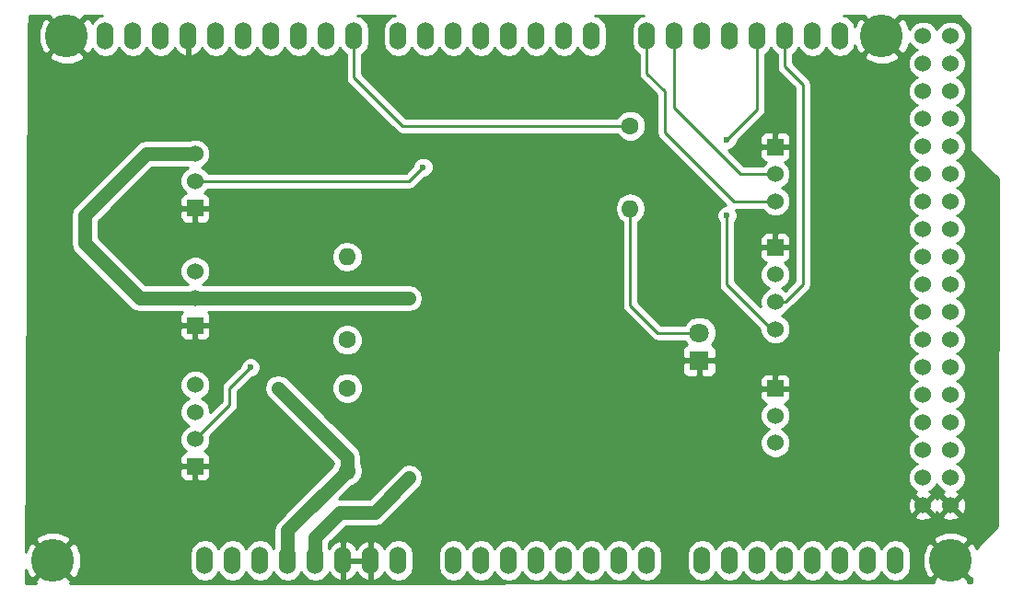
<source format=gbr>
G04 #@! TF.FileFunction,Copper,L1,Top,Signal*
%FSLAX46Y46*%
G04 Gerber Fmt 4.6, Leading zero omitted, Abs format (unit mm)*
G04 Created by KiCad (PCBNEW 4.0.4-stable) date 2018 February 08, Thursday 23:42:13*
%MOMM*%
%LPD*%
G01*
G04 APERTURE LIST*
%ADD10C,0.100000*%
%ADD11R,1.800000X1.800000*%
%ADD12C,1.800000*%
%ADD13C,1.524000*%
%ADD14R,1.524000X1.524000*%
%ADD15C,1.600000*%
%ADD16O,1.600000X1.600000*%
%ADD17O,1.524000X2.540000*%
%ADD18C,3.937000*%
%ADD19C,0.600000*%
%ADD20C,0.250000*%
%ADD21C,1.270000*%
%ADD22C,0.254000*%
G04 APERTURE END LIST*
D10*
D11*
X213360000Y-71755000D03*
D12*
X213360000Y-69215000D03*
D13*
X167005000Y-66040000D03*
X167005000Y-63540000D03*
D14*
X167005000Y-68540000D03*
D13*
X167005000Y-55245000D03*
X167005000Y-52745000D03*
D14*
X167005000Y-57745000D03*
D13*
X220345000Y-76835000D03*
X220345000Y-79335000D03*
D14*
X220345000Y-74335000D03*
D13*
X220345000Y-54610000D03*
X220345000Y-57110000D03*
D14*
X220345000Y-52110000D03*
D13*
X167005000Y-79010000D03*
D14*
X167005000Y-81510000D03*
D13*
X167005000Y-76510000D03*
X167005000Y-74010000D03*
X220345000Y-63865000D03*
D14*
X220345000Y-61365000D03*
D13*
X220345000Y-66365000D03*
X220345000Y-68865000D03*
D15*
X207010000Y-50165000D03*
D16*
X207010000Y-57785000D03*
D15*
X180975000Y-74295000D03*
D16*
X180975000Y-81915000D03*
D15*
X180975000Y-69850000D03*
D16*
X180975000Y-62230000D03*
D17*
X167894000Y-90170000D03*
X170434000Y-90170000D03*
X158750000Y-41910000D03*
X161290000Y-41910000D03*
X208534000Y-41910000D03*
X211074000Y-41910000D03*
X213614000Y-41910000D03*
X216154000Y-41910000D03*
X218694000Y-41910000D03*
X221234000Y-41910000D03*
X223774000Y-41910000D03*
X226314000Y-41910000D03*
X231394000Y-90170000D03*
X228854000Y-90170000D03*
X226314000Y-90170000D03*
X223774000Y-90170000D03*
X213614000Y-90170000D03*
X208534000Y-90170000D03*
X205994000Y-90170000D03*
X216154000Y-90170000D03*
X218694000Y-90170000D03*
X221234000Y-90170000D03*
X203454000Y-90170000D03*
X200914000Y-90170000D03*
X198374000Y-90170000D03*
X190754000Y-90170000D03*
X193294000Y-90170000D03*
X195834000Y-90170000D03*
X185674000Y-90170000D03*
X183134000Y-90170000D03*
X180594000Y-90170000D03*
X175514000Y-90170000D03*
X172974000Y-90170000D03*
X203454000Y-41910000D03*
X200914000Y-41910000D03*
X198374000Y-41910000D03*
X195834000Y-41910000D03*
X193294000Y-41910000D03*
X190754000Y-41910000D03*
X188214000Y-41910000D03*
X185674000Y-41910000D03*
X181610000Y-41910000D03*
X179070000Y-41910000D03*
X176530000Y-41910000D03*
X173990000Y-41910000D03*
X171450000Y-41910000D03*
X168910000Y-41910000D03*
X166370000Y-41910000D03*
X163830000Y-41910000D03*
X178054000Y-90170000D03*
D18*
X236474000Y-90170000D03*
X230124000Y-41910000D03*
X155194000Y-41910000D03*
X153924000Y-90170000D03*
D13*
X233934000Y-44450000D03*
X236474000Y-44450000D03*
X233934000Y-46990000D03*
X236474000Y-46990000D03*
X233934000Y-49530000D03*
X236474000Y-49530000D03*
X233934000Y-52070000D03*
X236474000Y-52070000D03*
X233934000Y-41910000D03*
X236474000Y-41910000D03*
X236474000Y-54610000D03*
X233934000Y-54610000D03*
X233934000Y-57150000D03*
X236474000Y-57150000D03*
X233934000Y-59690000D03*
X236474000Y-59690000D03*
X233934000Y-62230000D03*
X236474000Y-62230000D03*
X233934000Y-64770000D03*
X236474000Y-64770000D03*
X233934000Y-67310000D03*
X236474000Y-67310000D03*
X233934000Y-69850000D03*
X236474000Y-69850000D03*
X233934000Y-72390000D03*
X236474000Y-72390000D03*
X233934000Y-74930000D03*
X236474000Y-74930000D03*
X233934000Y-77470000D03*
X236474000Y-77470000D03*
X233934000Y-80010000D03*
X236474000Y-80010000D03*
X233934000Y-82550000D03*
X236474000Y-82550000D03*
X233934000Y-85090000D03*
X236474000Y-85090000D03*
D19*
X186690000Y-82550000D03*
X186690000Y-66040000D03*
X187960000Y-53975000D03*
X172085000Y-72390000D03*
X174625000Y-74295000D03*
X215900000Y-58420000D03*
X215900000Y-51435000D03*
D20*
X209550000Y-69215000D02*
X213360000Y-69215000D01*
X207010000Y-66675000D02*
X209550000Y-69215000D01*
X207010000Y-66040000D02*
X207010000Y-66675000D01*
X207010000Y-57785000D02*
X207010000Y-66040000D01*
D21*
X167005000Y-66040000D02*
X161925000Y-66040000D01*
X162520000Y-52745000D02*
X167005000Y-52745000D01*
X156845000Y-58420000D02*
X162520000Y-52745000D01*
X156845000Y-60960000D02*
X156845000Y-58420000D01*
X161925000Y-66040000D02*
X156845000Y-60960000D01*
X167005000Y-66040000D02*
X186690000Y-66040000D01*
X178054000Y-88011000D02*
X178054000Y-90170000D01*
X180340000Y-85725000D02*
X178054000Y-88011000D01*
X183515000Y-85725000D02*
X180340000Y-85725000D01*
X186690000Y-82550000D02*
X183515000Y-85725000D01*
D20*
X186690000Y-55245000D02*
X167005000Y-55245000D01*
X187960000Y-53975000D02*
X186690000Y-55245000D01*
X220345000Y-54610000D02*
X217170000Y-54610000D01*
X211074000Y-48514000D02*
X211074000Y-41910000D01*
X217170000Y-54610000D02*
X211074000Y-48514000D01*
X220345000Y-57110000D02*
X216495000Y-57110000D01*
X208534000Y-45339000D02*
X208534000Y-41910000D01*
X210185000Y-46990000D02*
X208534000Y-45339000D01*
X210185000Y-50800000D02*
X210185000Y-46990000D01*
X216495000Y-57110000D02*
X210185000Y-50800000D01*
X170180000Y-75835000D02*
X167005000Y-79010000D01*
X170180000Y-74295000D02*
X170180000Y-75835000D01*
X172085000Y-72390000D02*
X170180000Y-74295000D01*
D21*
X180975000Y-81915000D02*
X180975000Y-80645000D01*
X180975000Y-80645000D02*
X174625000Y-74295000D01*
X175514000Y-90170000D02*
X175514000Y-87376000D01*
X175514000Y-87376000D02*
X180975000Y-81915000D01*
D20*
X220345000Y-66365000D02*
X221290000Y-66365000D01*
X221234000Y-44704000D02*
X221234000Y-41910000D01*
X222885000Y-46355000D02*
X221234000Y-44704000D01*
X222885000Y-64770000D02*
X222885000Y-46355000D01*
X221290000Y-66365000D02*
X222885000Y-64770000D01*
X220345000Y-68865000D02*
X219995000Y-68865000D01*
X219995000Y-68865000D02*
X215900000Y-64770000D01*
X215900000Y-64770000D02*
X215900000Y-58420000D01*
X215900000Y-51435000D02*
X218694000Y-48641000D01*
X218694000Y-48641000D02*
X218694000Y-41910000D01*
X181610000Y-41910000D02*
X181610000Y-45720000D01*
X186055000Y-50165000D02*
X207010000Y-50165000D01*
X181610000Y-45720000D02*
X186055000Y-50165000D01*
D22*
G36*
X153521323Y-40057718D02*
X155194000Y-41730395D01*
X156866677Y-40057718D01*
X156848542Y-40027000D01*
X158451772Y-40027000D01*
X158215391Y-40074019D01*
X157762172Y-40376851D01*
X157527281Y-40728389D01*
X157413730Y-40454252D01*
X157046282Y-40237323D01*
X155373605Y-41910000D01*
X157046282Y-43582677D01*
X157413730Y-43365748D01*
X157525568Y-43089047D01*
X157762172Y-43443149D01*
X158215391Y-43745981D01*
X158750000Y-43852321D01*
X159284609Y-43745981D01*
X159737828Y-43443149D01*
X160020000Y-43020850D01*
X160302172Y-43443149D01*
X160755391Y-43745981D01*
X161290000Y-43852321D01*
X161824609Y-43745981D01*
X162277828Y-43443149D01*
X162560000Y-43020850D01*
X162842172Y-43443149D01*
X163295391Y-43745981D01*
X163830000Y-43852321D01*
X164364609Y-43745981D01*
X164817828Y-43443149D01*
X165109330Y-43006887D01*
X165127941Y-43069941D01*
X165471974Y-43495630D01*
X165952723Y-43757260D01*
X166026930Y-43772220D01*
X166243000Y-43649720D01*
X166243000Y-42037000D01*
X166223000Y-42037000D01*
X166223000Y-41783000D01*
X166243000Y-41783000D01*
X166243000Y-41763000D01*
X166497000Y-41763000D01*
X166497000Y-41783000D01*
X166517000Y-41783000D01*
X166517000Y-42037000D01*
X166497000Y-42037000D01*
X166497000Y-43649720D01*
X166713070Y-43772220D01*
X166787277Y-43757260D01*
X167268026Y-43495630D01*
X167612059Y-43069941D01*
X167630670Y-43006887D01*
X167922172Y-43443149D01*
X168375391Y-43745981D01*
X168910000Y-43852321D01*
X169444609Y-43745981D01*
X169897828Y-43443149D01*
X170180000Y-43020850D01*
X170462172Y-43443149D01*
X170915391Y-43745981D01*
X171450000Y-43852321D01*
X171984609Y-43745981D01*
X172437828Y-43443149D01*
X172720000Y-43020850D01*
X173002172Y-43443149D01*
X173455391Y-43745981D01*
X173990000Y-43852321D01*
X174524609Y-43745981D01*
X174977828Y-43443149D01*
X175260000Y-43020850D01*
X175542172Y-43443149D01*
X175995391Y-43745981D01*
X176530000Y-43852321D01*
X177064609Y-43745981D01*
X177517828Y-43443149D01*
X177800000Y-43020850D01*
X178082172Y-43443149D01*
X178535391Y-43745981D01*
X179070000Y-43852321D01*
X179604609Y-43745981D01*
X180057828Y-43443149D01*
X180340000Y-43020850D01*
X180622172Y-43443149D01*
X180850000Y-43595379D01*
X180850000Y-45720000D01*
X180907852Y-46010839D01*
X181072599Y-46257401D01*
X185517599Y-50702401D01*
X185764160Y-50867148D01*
X186055000Y-50925000D01*
X205771354Y-50925000D01*
X205792757Y-50976800D01*
X206196077Y-51380824D01*
X206723309Y-51599750D01*
X207294187Y-51600248D01*
X207821800Y-51382243D01*
X208225824Y-50978923D01*
X208444750Y-50451691D01*
X208445248Y-49880813D01*
X208227243Y-49353200D01*
X207823923Y-48949176D01*
X207296691Y-48730250D01*
X206725813Y-48729752D01*
X206198200Y-48947757D01*
X205794176Y-49351077D01*
X205771785Y-49405000D01*
X186369802Y-49405000D01*
X182370000Y-45405198D01*
X182370000Y-43595379D01*
X182597828Y-43443149D01*
X182900660Y-42989930D01*
X183007000Y-42455321D01*
X183007000Y-41364679D01*
X182900660Y-40830070D01*
X182597828Y-40376851D01*
X182144609Y-40074019D01*
X181908228Y-40027000D01*
X185375772Y-40027000D01*
X185139391Y-40074019D01*
X184686172Y-40376851D01*
X184383340Y-40830070D01*
X184277000Y-41364679D01*
X184277000Y-42455321D01*
X184383340Y-42989930D01*
X184686172Y-43443149D01*
X185139391Y-43745981D01*
X185674000Y-43852321D01*
X186208609Y-43745981D01*
X186661828Y-43443149D01*
X186944000Y-43020850D01*
X187226172Y-43443149D01*
X187679391Y-43745981D01*
X188214000Y-43852321D01*
X188748609Y-43745981D01*
X189201828Y-43443149D01*
X189484000Y-43020850D01*
X189766172Y-43443149D01*
X190219391Y-43745981D01*
X190754000Y-43852321D01*
X191288609Y-43745981D01*
X191741828Y-43443149D01*
X192024000Y-43020850D01*
X192306172Y-43443149D01*
X192759391Y-43745981D01*
X193294000Y-43852321D01*
X193828609Y-43745981D01*
X194281828Y-43443149D01*
X194564000Y-43020850D01*
X194846172Y-43443149D01*
X195299391Y-43745981D01*
X195834000Y-43852321D01*
X196368609Y-43745981D01*
X196821828Y-43443149D01*
X197104000Y-43020850D01*
X197386172Y-43443149D01*
X197839391Y-43745981D01*
X198374000Y-43852321D01*
X198908609Y-43745981D01*
X199361828Y-43443149D01*
X199644000Y-43020850D01*
X199926172Y-43443149D01*
X200379391Y-43745981D01*
X200914000Y-43852321D01*
X201448609Y-43745981D01*
X201901828Y-43443149D01*
X202184000Y-43020850D01*
X202466172Y-43443149D01*
X202919391Y-43745981D01*
X203454000Y-43852321D01*
X203988609Y-43745981D01*
X204441828Y-43443149D01*
X204744660Y-42989930D01*
X204851000Y-42455321D01*
X204851000Y-41364679D01*
X204744660Y-40830070D01*
X204441828Y-40376851D01*
X203988609Y-40074019D01*
X203752228Y-40027000D01*
X208235772Y-40027000D01*
X207999391Y-40074019D01*
X207546172Y-40376851D01*
X207243340Y-40830070D01*
X207137000Y-41364679D01*
X207137000Y-42455321D01*
X207243340Y-42989930D01*
X207546172Y-43443149D01*
X207774000Y-43595379D01*
X207774000Y-45339000D01*
X207831852Y-45629839D01*
X207996599Y-45876401D01*
X209425000Y-47304802D01*
X209425000Y-50800000D01*
X209482852Y-51090839D01*
X209647599Y-51337401D01*
X215795106Y-57484908D01*
X215714833Y-57484838D01*
X215371057Y-57626883D01*
X215107808Y-57889673D01*
X214965162Y-58233201D01*
X214964838Y-58605167D01*
X215106883Y-58948943D01*
X215140000Y-58982118D01*
X215140000Y-64770000D01*
X215197852Y-65060839D01*
X215362599Y-65307401D01*
X218947975Y-68892777D01*
X218947758Y-69141661D01*
X219159990Y-69655303D01*
X219552630Y-70048629D01*
X220065900Y-70261757D01*
X220621661Y-70262242D01*
X221135303Y-70050010D01*
X221528629Y-69657370D01*
X221741757Y-69144100D01*
X221742242Y-68588339D01*
X221530010Y-68074697D01*
X221137370Y-67681371D01*
X220977772Y-67615100D01*
X221135303Y-67550010D01*
X221528629Y-67157370D01*
X221564765Y-67070345D01*
X221580839Y-67067148D01*
X221827401Y-66902401D01*
X223422401Y-65307401D01*
X223587148Y-65060839D01*
X223645000Y-64770000D01*
X223645000Y-46355000D01*
X223587148Y-46064161D01*
X223422401Y-45817599D01*
X221994000Y-44389198D01*
X221994000Y-43595379D01*
X222221828Y-43443149D01*
X222504000Y-43020850D01*
X222786172Y-43443149D01*
X223239391Y-43745981D01*
X223774000Y-43852321D01*
X224308609Y-43745981D01*
X224761828Y-43443149D01*
X225044000Y-43020850D01*
X225326172Y-43443149D01*
X225779391Y-43745981D01*
X226314000Y-43852321D01*
X226766658Y-43762282D01*
X228451323Y-43762282D01*
X228668252Y-44129730D01*
X229628518Y-44517853D01*
X230664216Y-44508955D01*
X231579748Y-44129730D01*
X231796677Y-43762282D01*
X230124000Y-42089605D01*
X228451323Y-43762282D01*
X226766658Y-43762282D01*
X226848609Y-43745981D01*
X227301828Y-43443149D01*
X227604660Y-42989930D01*
X227651358Y-42755163D01*
X227904270Y-43365748D01*
X228271718Y-43582677D01*
X229944395Y-41910000D01*
X230303605Y-41910000D01*
X231976282Y-43582677D01*
X232343730Y-43365748D01*
X232680090Y-42533551D01*
X232748990Y-42700303D01*
X233141630Y-43093629D01*
X233349512Y-43179949D01*
X233143697Y-43264990D01*
X232750371Y-43657630D01*
X232537243Y-44170900D01*
X232536758Y-44726661D01*
X232748990Y-45240303D01*
X233141630Y-45633629D01*
X233349512Y-45719949D01*
X233143697Y-45804990D01*
X232750371Y-46197630D01*
X232537243Y-46710900D01*
X232536758Y-47266661D01*
X232748990Y-47780303D01*
X233141630Y-48173629D01*
X233349512Y-48259949D01*
X233143697Y-48344990D01*
X232750371Y-48737630D01*
X232537243Y-49250900D01*
X232536758Y-49806661D01*
X232748990Y-50320303D01*
X233141630Y-50713629D01*
X233349512Y-50799949D01*
X233143697Y-50884990D01*
X232750371Y-51277630D01*
X232537243Y-51790900D01*
X232536758Y-52346661D01*
X232748990Y-52860303D01*
X233141630Y-53253629D01*
X233349512Y-53339949D01*
X233143697Y-53424990D01*
X232750371Y-53817630D01*
X232537243Y-54330900D01*
X232536758Y-54886661D01*
X232748990Y-55400303D01*
X233141630Y-55793629D01*
X233349512Y-55879949D01*
X233143697Y-55964990D01*
X232750371Y-56357630D01*
X232537243Y-56870900D01*
X232536758Y-57426661D01*
X232748990Y-57940303D01*
X233141630Y-58333629D01*
X233349512Y-58419949D01*
X233143697Y-58504990D01*
X232750371Y-58897630D01*
X232537243Y-59410900D01*
X232536758Y-59966661D01*
X232748990Y-60480303D01*
X233141630Y-60873629D01*
X233349512Y-60959949D01*
X233143697Y-61044990D01*
X232750371Y-61437630D01*
X232537243Y-61950900D01*
X232536758Y-62506661D01*
X232748990Y-63020303D01*
X233141630Y-63413629D01*
X233349512Y-63499949D01*
X233143697Y-63584990D01*
X232750371Y-63977630D01*
X232537243Y-64490900D01*
X232536758Y-65046661D01*
X232748990Y-65560303D01*
X233141630Y-65953629D01*
X233349512Y-66039949D01*
X233143697Y-66124990D01*
X232750371Y-66517630D01*
X232537243Y-67030900D01*
X232536758Y-67586661D01*
X232748990Y-68100303D01*
X233141630Y-68493629D01*
X233349512Y-68579949D01*
X233143697Y-68664990D01*
X232750371Y-69057630D01*
X232537243Y-69570900D01*
X232536758Y-70126661D01*
X232748990Y-70640303D01*
X233141630Y-71033629D01*
X233349512Y-71119949D01*
X233143697Y-71204990D01*
X232750371Y-71597630D01*
X232537243Y-72110900D01*
X232536758Y-72666661D01*
X232748990Y-73180303D01*
X233141630Y-73573629D01*
X233349512Y-73659949D01*
X233143697Y-73744990D01*
X232750371Y-74137630D01*
X232537243Y-74650900D01*
X232536758Y-75206661D01*
X232748990Y-75720303D01*
X233141630Y-76113629D01*
X233349512Y-76199949D01*
X233143697Y-76284990D01*
X232750371Y-76677630D01*
X232537243Y-77190900D01*
X232536758Y-77746661D01*
X232748990Y-78260303D01*
X233141630Y-78653629D01*
X233349512Y-78739949D01*
X233143697Y-78824990D01*
X232750371Y-79217630D01*
X232537243Y-79730900D01*
X232536758Y-80286661D01*
X232748990Y-80800303D01*
X233141630Y-81193629D01*
X233349512Y-81279949D01*
X233143697Y-81364990D01*
X232750371Y-81757630D01*
X232537243Y-82270900D01*
X232536758Y-82826661D01*
X232748990Y-83340303D01*
X233141630Y-83733629D01*
X233333727Y-83813395D01*
X233202857Y-83867603D01*
X233133392Y-84109787D01*
X233934000Y-84910395D01*
X234734608Y-84109787D01*
X234665143Y-83867603D01*
X234524682Y-83817491D01*
X234724303Y-83735010D01*
X235117629Y-83342370D01*
X235203949Y-83134488D01*
X235288990Y-83340303D01*
X235681630Y-83733629D01*
X235873727Y-83813395D01*
X235742857Y-83867603D01*
X235673392Y-84109787D01*
X236474000Y-84910395D01*
X237274608Y-84109787D01*
X237205143Y-83867603D01*
X237064682Y-83817491D01*
X237264303Y-83735010D01*
X237657629Y-83342370D01*
X237870757Y-82829100D01*
X237871242Y-82273339D01*
X237659010Y-81759697D01*
X237266370Y-81366371D01*
X237058488Y-81280051D01*
X237264303Y-81195010D01*
X237657629Y-80802370D01*
X237870757Y-80289100D01*
X237871242Y-79733339D01*
X237659010Y-79219697D01*
X237266370Y-78826371D01*
X237058488Y-78740051D01*
X237264303Y-78655010D01*
X237657629Y-78262370D01*
X237870757Y-77749100D01*
X237871242Y-77193339D01*
X237659010Y-76679697D01*
X237266370Y-76286371D01*
X237058488Y-76200051D01*
X237264303Y-76115010D01*
X237657629Y-75722370D01*
X237870757Y-75209100D01*
X237871242Y-74653339D01*
X237659010Y-74139697D01*
X237266370Y-73746371D01*
X237058488Y-73660051D01*
X237264303Y-73575010D01*
X237657629Y-73182370D01*
X237870757Y-72669100D01*
X237871242Y-72113339D01*
X237659010Y-71599697D01*
X237266370Y-71206371D01*
X237058488Y-71120051D01*
X237264303Y-71035010D01*
X237657629Y-70642370D01*
X237870757Y-70129100D01*
X237871242Y-69573339D01*
X237659010Y-69059697D01*
X237266370Y-68666371D01*
X237058488Y-68580051D01*
X237264303Y-68495010D01*
X237657629Y-68102370D01*
X237870757Y-67589100D01*
X237871242Y-67033339D01*
X237659010Y-66519697D01*
X237266370Y-66126371D01*
X237058488Y-66040051D01*
X237264303Y-65955010D01*
X237657629Y-65562370D01*
X237870757Y-65049100D01*
X237871242Y-64493339D01*
X237659010Y-63979697D01*
X237266370Y-63586371D01*
X237058488Y-63500051D01*
X237264303Y-63415010D01*
X237657629Y-63022370D01*
X237870757Y-62509100D01*
X237871242Y-61953339D01*
X237659010Y-61439697D01*
X237266370Y-61046371D01*
X237058488Y-60960051D01*
X237264303Y-60875010D01*
X237657629Y-60482370D01*
X237870757Y-59969100D01*
X237871242Y-59413339D01*
X237659010Y-58899697D01*
X237266370Y-58506371D01*
X237058488Y-58420051D01*
X237264303Y-58335010D01*
X237657629Y-57942370D01*
X237870757Y-57429100D01*
X237871242Y-56873339D01*
X237659010Y-56359697D01*
X237266370Y-55966371D01*
X237058488Y-55880051D01*
X237264303Y-55795010D01*
X237657629Y-55402370D01*
X237870757Y-54889100D01*
X237871242Y-54333339D01*
X237659010Y-53819697D01*
X237266370Y-53426371D01*
X237058488Y-53340051D01*
X237264303Y-53255010D01*
X237657629Y-52862370D01*
X237870757Y-52349100D01*
X237871242Y-51793339D01*
X237659010Y-51279697D01*
X237266370Y-50886371D01*
X237058488Y-50800051D01*
X237264303Y-50715010D01*
X237657629Y-50322370D01*
X237870757Y-49809100D01*
X237871242Y-49253339D01*
X237659010Y-48739697D01*
X237266370Y-48346371D01*
X237058488Y-48260051D01*
X237264303Y-48175010D01*
X237657629Y-47782370D01*
X237870757Y-47269100D01*
X237871242Y-46713339D01*
X237659010Y-46199697D01*
X237266370Y-45806371D01*
X237058488Y-45720051D01*
X237264303Y-45635010D01*
X237657629Y-45242370D01*
X237870757Y-44729100D01*
X237871242Y-44173339D01*
X237659010Y-43659697D01*
X237266370Y-43266371D01*
X237058488Y-43180051D01*
X237264303Y-43095010D01*
X237657629Y-42702370D01*
X237870757Y-42189100D01*
X237871242Y-41633339D01*
X237659010Y-41119697D01*
X237266370Y-40726371D01*
X236753100Y-40513243D01*
X236197339Y-40512758D01*
X235683697Y-40724990D01*
X235290371Y-41117630D01*
X235204051Y-41325512D01*
X235119010Y-41119697D01*
X234726370Y-40726371D01*
X234213100Y-40513243D01*
X233657339Y-40512758D01*
X233143697Y-40724990D01*
X232750371Y-41117630D01*
X232684359Y-41276605D01*
X232343730Y-40454252D01*
X231976282Y-40237323D01*
X230303605Y-41910000D01*
X229944395Y-41910000D01*
X228271718Y-40237323D01*
X227904270Y-40454252D01*
X227653378Y-41074992D01*
X227604660Y-40830070D01*
X227301828Y-40376851D01*
X226848609Y-40074019D01*
X226612228Y-40027000D01*
X228469458Y-40027000D01*
X228451323Y-40057718D01*
X230124000Y-41730395D01*
X231796677Y-40057718D01*
X231778542Y-40027000D01*
X237243820Y-40027000D01*
X238173000Y-41049098D01*
X238173000Y-52400000D01*
X238183006Y-52449410D01*
X238211908Y-52491481D01*
X240872832Y-55053852D01*
X240773159Y-87048804D01*
X238839605Y-89066426D01*
X238693730Y-88714252D01*
X238326282Y-88497323D01*
X236653605Y-90170000D01*
X238326282Y-91842677D01*
X238390609Y-91804701D01*
X238377450Y-92173140D01*
X238057399Y-92173507D01*
X238146677Y-92022282D01*
X236474000Y-90349605D01*
X234801323Y-92022282D01*
X234892741Y-92177132D01*
X155451537Y-92268130D01*
X155596677Y-92022282D01*
X153924000Y-90349605D01*
X152251323Y-92022282D01*
X152398528Y-92271627D01*
X151427730Y-92272739D01*
X151435140Y-90976009D01*
X151704270Y-91625748D01*
X152071718Y-91842677D01*
X153744395Y-90170000D01*
X154103605Y-90170000D01*
X155776282Y-91842677D01*
X156143730Y-91625748D01*
X156531853Y-90665482D01*
X156522955Y-89629784D01*
X156520841Y-89624679D01*
X166497000Y-89624679D01*
X166497000Y-90715321D01*
X166603340Y-91249930D01*
X166906172Y-91703149D01*
X167359391Y-92005981D01*
X167894000Y-92112321D01*
X168428609Y-92005981D01*
X168881828Y-91703149D01*
X169164000Y-91280850D01*
X169446172Y-91703149D01*
X169899391Y-92005981D01*
X170434000Y-92112321D01*
X170968609Y-92005981D01*
X171421828Y-91703149D01*
X171704000Y-91280850D01*
X171986172Y-91703149D01*
X172439391Y-92005981D01*
X172974000Y-92112321D01*
X173508609Y-92005981D01*
X173961828Y-91703149D01*
X174244000Y-91280850D01*
X174526172Y-91703149D01*
X174979391Y-92005981D01*
X175514000Y-92112321D01*
X176048609Y-92005981D01*
X176501828Y-91703149D01*
X176784000Y-91280850D01*
X177066172Y-91703149D01*
X177519391Y-92005981D01*
X178054000Y-92112321D01*
X178588609Y-92005981D01*
X179041828Y-91703149D01*
X179333330Y-91266887D01*
X179351941Y-91329941D01*
X179695974Y-91755630D01*
X180176723Y-92017260D01*
X180250930Y-92032220D01*
X180467000Y-91909720D01*
X180467000Y-90297000D01*
X180721000Y-90297000D01*
X180721000Y-91909720D01*
X180937070Y-92032220D01*
X181011277Y-92017260D01*
X181492026Y-91755630D01*
X181836059Y-91329941D01*
X181864000Y-91235277D01*
X181891941Y-91329941D01*
X182235974Y-91755630D01*
X182716723Y-92017260D01*
X182790930Y-92032220D01*
X183007000Y-91909720D01*
X183007000Y-90297000D01*
X180721000Y-90297000D01*
X180467000Y-90297000D01*
X180447000Y-90297000D01*
X180447000Y-90043000D01*
X180467000Y-90043000D01*
X180467000Y-88430280D01*
X180721000Y-88430280D01*
X180721000Y-90043000D01*
X183007000Y-90043000D01*
X183007000Y-88430280D01*
X183261000Y-88430280D01*
X183261000Y-90043000D01*
X183281000Y-90043000D01*
X183281000Y-90297000D01*
X183261000Y-90297000D01*
X183261000Y-91909720D01*
X183477070Y-92032220D01*
X183551277Y-92017260D01*
X184032026Y-91755630D01*
X184376059Y-91329941D01*
X184394670Y-91266887D01*
X184686172Y-91703149D01*
X185139391Y-92005981D01*
X185674000Y-92112321D01*
X186208609Y-92005981D01*
X186661828Y-91703149D01*
X186964660Y-91249930D01*
X187071000Y-90715321D01*
X187071000Y-89624679D01*
X189357000Y-89624679D01*
X189357000Y-90715321D01*
X189463340Y-91249930D01*
X189766172Y-91703149D01*
X190219391Y-92005981D01*
X190754000Y-92112321D01*
X191288609Y-92005981D01*
X191741828Y-91703149D01*
X192024000Y-91280850D01*
X192306172Y-91703149D01*
X192759391Y-92005981D01*
X193294000Y-92112321D01*
X193828609Y-92005981D01*
X194281828Y-91703149D01*
X194564000Y-91280850D01*
X194846172Y-91703149D01*
X195299391Y-92005981D01*
X195834000Y-92112321D01*
X196368609Y-92005981D01*
X196821828Y-91703149D01*
X197104000Y-91280850D01*
X197386172Y-91703149D01*
X197839391Y-92005981D01*
X198374000Y-92112321D01*
X198908609Y-92005981D01*
X199361828Y-91703149D01*
X199644000Y-91280850D01*
X199926172Y-91703149D01*
X200379391Y-92005981D01*
X200914000Y-92112321D01*
X201448609Y-92005981D01*
X201901828Y-91703149D01*
X202184000Y-91280850D01*
X202466172Y-91703149D01*
X202919391Y-92005981D01*
X203454000Y-92112321D01*
X203988609Y-92005981D01*
X204441828Y-91703149D01*
X204724000Y-91280850D01*
X205006172Y-91703149D01*
X205459391Y-92005981D01*
X205994000Y-92112321D01*
X206528609Y-92005981D01*
X206981828Y-91703149D01*
X207264000Y-91280850D01*
X207546172Y-91703149D01*
X207999391Y-92005981D01*
X208534000Y-92112321D01*
X209068609Y-92005981D01*
X209521828Y-91703149D01*
X209824660Y-91249930D01*
X209931000Y-90715321D01*
X209931000Y-89624679D01*
X212217000Y-89624679D01*
X212217000Y-90715321D01*
X212323340Y-91249930D01*
X212626172Y-91703149D01*
X213079391Y-92005981D01*
X213614000Y-92112321D01*
X214148609Y-92005981D01*
X214601828Y-91703149D01*
X214884000Y-91280850D01*
X215166172Y-91703149D01*
X215619391Y-92005981D01*
X216154000Y-92112321D01*
X216688609Y-92005981D01*
X217141828Y-91703149D01*
X217424000Y-91280850D01*
X217706172Y-91703149D01*
X218159391Y-92005981D01*
X218694000Y-92112321D01*
X219228609Y-92005981D01*
X219681828Y-91703149D01*
X219964000Y-91280850D01*
X220246172Y-91703149D01*
X220699391Y-92005981D01*
X221234000Y-92112321D01*
X221768609Y-92005981D01*
X222221828Y-91703149D01*
X222504000Y-91280850D01*
X222786172Y-91703149D01*
X223239391Y-92005981D01*
X223774000Y-92112321D01*
X224308609Y-92005981D01*
X224761828Y-91703149D01*
X225044000Y-91280850D01*
X225326172Y-91703149D01*
X225779391Y-92005981D01*
X226314000Y-92112321D01*
X226848609Y-92005981D01*
X227301828Y-91703149D01*
X227584000Y-91280850D01*
X227866172Y-91703149D01*
X228319391Y-92005981D01*
X228854000Y-92112321D01*
X229388609Y-92005981D01*
X229841828Y-91703149D01*
X230124000Y-91280850D01*
X230406172Y-91703149D01*
X230859391Y-92005981D01*
X231394000Y-92112321D01*
X231928609Y-92005981D01*
X232381828Y-91703149D01*
X232684660Y-91249930D01*
X232791000Y-90715321D01*
X232791000Y-89674518D01*
X233866147Y-89674518D01*
X233875045Y-90710216D01*
X234254270Y-91625748D01*
X234621718Y-91842677D01*
X236294395Y-90170000D01*
X234621718Y-88497323D01*
X234254270Y-88714252D01*
X233866147Y-89674518D01*
X232791000Y-89674518D01*
X232791000Y-89624679D01*
X232684660Y-89090070D01*
X232381828Y-88636851D01*
X231928609Y-88334019D01*
X231846659Y-88317718D01*
X234801323Y-88317718D01*
X236474000Y-89990395D01*
X238146677Y-88317718D01*
X237929748Y-87950270D01*
X236969482Y-87562147D01*
X235933784Y-87571045D01*
X235018252Y-87950270D01*
X234801323Y-88317718D01*
X231846659Y-88317718D01*
X231394000Y-88227679D01*
X230859391Y-88334019D01*
X230406172Y-88636851D01*
X230124000Y-89059150D01*
X229841828Y-88636851D01*
X229388609Y-88334019D01*
X228854000Y-88227679D01*
X228319391Y-88334019D01*
X227866172Y-88636851D01*
X227584000Y-89059150D01*
X227301828Y-88636851D01*
X226848609Y-88334019D01*
X226314000Y-88227679D01*
X225779391Y-88334019D01*
X225326172Y-88636851D01*
X225044000Y-89059150D01*
X224761828Y-88636851D01*
X224308609Y-88334019D01*
X223774000Y-88227679D01*
X223239391Y-88334019D01*
X222786172Y-88636851D01*
X222504000Y-89059150D01*
X222221828Y-88636851D01*
X221768609Y-88334019D01*
X221234000Y-88227679D01*
X220699391Y-88334019D01*
X220246172Y-88636851D01*
X219964000Y-89059150D01*
X219681828Y-88636851D01*
X219228609Y-88334019D01*
X218694000Y-88227679D01*
X218159391Y-88334019D01*
X217706172Y-88636851D01*
X217424000Y-89059150D01*
X217141828Y-88636851D01*
X216688609Y-88334019D01*
X216154000Y-88227679D01*
X215619391Y-88334019D01*
X215166172Y-88636851D01*
X214884000Y-89059150D01*
X214601828Y-88636851D01*
X214148609Y-88334019D01*
X213614000Y-88227679D01*
X213079391Y-88334019D01*
X212626172Y-88636851D01*
X212323340Y-89090070D01*
X212217000Y-89624679D01*
X209931000Y-89624679D01*
X209824660Y-89090070D01*
X209521828Y-88636851D01*
X209068609Y-88334019D01*
X208534000Y-88227679D01*
X207999391Y-88334019D01*
X207546172Y-88636851D01*
X207264000Y-89059150D01*
X206981828Y-88636851D01*
X206528609Y-88334019D01*
X205994000Y-88227679D01*
X205459391Y-88334019D01*
X205006172Y-88636851D01*
X204724000Y-89059150D01*
X204441828Y-88636851D01*
X203988609Y-88334019D01*
X203454000Y-88227679D01*
X202919391Y-88334019D01*
X202466172Y-88636851D01*
X202184000Y-89059150D01*
X201901828Y-88636851D01*
X201448609Y-88334019D01*
X200914000Y-88227679D01*
X200379391Y-88334019D01*
X199926172Y-88636851D01*
X199644000Y-89059150D01*
X199361828Y-88636851D01*
X198908609Y-88334019D01*
X198374000Y-88227679D01*
X197839391Y-88334019D01*
X197386172Y-88636851D01*
X197104000Y-89059150D01*
X196821828Y-88636851D01*
X196368609Y-88334019D01*
X195834000Y-88227679D01*
X195299391Y-88334019D01*
X194846172Y-88636851D01*
X194564000Y-89059150D01*
X194281828Y-88636851D01*
X193828609Y-88334019D01*
X193294000Y-88227679D01*
X192759391Y-88334019D01*
X192306172Y-88636851D01*
X192024000Y-89059150D01*
X191741828Y-88636851D01*
X191288609Y-88334019D01*
X190754000Y-88227679D01*
X190219391Y-88334019D01*
X189766172Y-88636851D01*
X189463340Y-89090070D01*
X189357000Y-89624679D01*
X187071000Y-89624679D01*
X186964660Y-89090070D01*
X186661828Y-88636851D01*
X186208609Y-88334019D01*
X185674000Y-88227679D01*
X185139391Y-88334019D01*
X184686172Y-88636851D01*
X184394670Y-89073113D01*
X184376059Y-89010059D01*
X184032026Y-88584370D01*
X183551277Y-88322740D01*
X183477070Y-88307780D01*
X183261000Y-88430280D01*
X183007000Y-88430280D01*
X182790930Y-88307780D01*
X182716723Y-88322740D01*
X182235974Y-88584370D01*
X181891941Y-89010059D01*
X181864000Y-89104723D01*
X181836059Y-89010059D01*
X181492026Y-88584370D01*
X181011277Y-88322740D01*
X180937070Y-88307780D01*
X180721000Y-88430280D01*
X180467000Y-88430280D01*
X180250930Y-88307780D01*
X180176723Y-88322740D01*
X179695974Y-88584370D01*
X179351941Y-89010059D01*
X179333330Y-89073113D01*
X179324000Y-89059150D01*
X179324000Y-88537052D01*
X180866051Y-86995000D01*
X183514995Y-86995000D01*
X183515000Y-86995001D01*
X184001008Y-86898327D01*
X184413026Y-86623026D01*
X184965839Y-86070213D01*
X233133392Y-86070213D01*
X233202857Y-86312397D01*
X233726302Y-86499144D01*
X234281368Y-86471362D01*
X234665143Y-86312397D01*
X234734608Y-86070213D01*
X235673392Y-86070213D01*
X235742857Y-86312397D01*
X236266302Y-86499144D01*
X236821368Y-86471362D01*
X237205143Y-86312397D01*
X237274608Y-86070213D01*
X236474000Y-85269605D01*
X235673392Y-86070213D01*
X234734608Y-86070213D01*
X233934000Y-85269605D01*
X233133392Y-86070213D01*
X184965839Y-86070213D01*
X186153750Y-84882302D01*
X232524856Y-84882302D01*
X232552638Y-85437368D01*
X232711603Y-85821143D01*
X232953787Y-85890608D01*
X233754395Y-85090000D01*
X234113605Y-85090000D01*
X234914213Y-85890608D01*
X235156397Y-85821143D01*
X235200453Y-85697656D01*
X235251603Y-85821143D01*
X235493787Y-85890608D01*
X236294395Y-85090000D01*
X236653605Y-85090000D01*
X237454213Y-85890608D01*
X237696397Y-85821143D01*
X237883144Y-85297698D01*
X237855362Y-84742632D01*
X237696397Y-84358857D01*
X237454213Y-84289392D01*
X236653605Y-85090000D01*
X236294395Y-85090000D01*
X235493787Y-84289392D01*
X235251603Y-84358857D01*
X235207547Y-84482344D01*
X235156397Y-84358857D01*
X234914213Y-84289392D01*
X234113605Y-85090000D01*
X233754395Y-85090000D01*
X232953787Y-84289392D01*
X232711603Y-84358857D01*
X232524856Y-84882302D01*
X186153750Y-84882302D01*
X187588026Y-83448026D01*
X187863327Y-83036008D01*
X187960001Y-82550000D01*
X187863327Y-82063992D01*
X187588026Y-81651974D01*
X187176008Y-81376673D01*
X186690000Y-81279999D01*
X186203992Y-81376673D01*
X185791974Y-81651974D01*
X182988948Y-84455000D01*
X180340000Y-84455000D01*
X180203999Y-84482052D01*
X181390608Y-83295443D01*
X181524151Y-83268880D01*
X181989698Y-82957811D01*
X182300767Y-82492264D01*
X182410000Y-81943113D01*
X182410000Y-81886887D01*
X182300767Y-81337736D01*
X182245000Y-81254275D01*
X182245000Y-80645000D01*
X182148327Y-80158992D01*
X181873026Y-79746974D01*
X179237713Y-77111661D01*
X218947758Y-77111661D01*
X219159990Y-77625303D01*
X219552630Y-78018629D01*
X219712228Y-78084900D01*
X219554697Y-78149990D01*
X219161371Y-78542630D01*
X218948243Y-79055900D01*
X218947758Y-79611661D01*
X219159990Y-80125303D01*
X219552630Y-80518629D01*
X220065900Y-80731757D01*
X220621661Y-80732242D01*
X221135303Y-80520010D01*
X221528629Y-80127370D01*
X221741757Y-79614100D01*
X221742242Y-79058339D01*
X221530010Y-78544697D01*
X221137370Y-78151371D01*
X220977772Y-78085100D01*
X221135303Y-78020010D01*
X221528629Y-77627370D01*
X221741757Y-77114100D01*
X221742242Y-76558339D01*
X221530010Y-76044697D01*
X221217858Y-75732000D01*
X221233310Y-75732000D01*
X221466699Y-75635327D01*
X221645327Y-75456698D01*
X221742000Y-75223309D01*
X221742000Y-74620750D01*
X221583250Y-74462000D01*
X220472000Y-74462000D01*
X220472000Y-74482000D01*
X220218000Y-74482000D01*
X220218000Y-74462000D01*
X219106750Y-74462000D01*
X218948000Y-74620750D01*
X218948000Y-75223309D01*
X219044673Y-75456698D01*
X219223301Y-75635327D01*
X219456690Y-75732000D01*
X219472544Y-75732000D01*
X219161371Y-76042630D01*
X218948243Y-76555900D01*
X218947758Y-77111661D01*
X179237713Y-77111661D01*
X176705239Y-74579187D01*
X179539752Y-74579187D01*
X179757757Y-75106800D01*
X180161077Y-75510824D01*
X180688309Y-75729750D01*
X181259187Y-75730248D01*
X181786800Y-75512243D01*
X182190824Y-75108923D01*
X182409750Y-74581691D01*
X182410248Y-74010813D01*
X182192243Y-73483200D01*
X182155798Y-73446691D01*
X218948000Y-73446691D01*
X218948000Y-74049250D01*
X219106750Y-74208000D01*
X220218000Y-74208000D01*
X220218000Y-73096750D01*
X220472000Y-73096750D01*
X220472000Y-74208000D01*
X221583250Y-74208000D01*
X221742000Y-74049250D01*
X221742000Y-73446691D01*
X221645327Y-73213302D01*
X221466699Y-73034673D01*
X221233310Y-72938000D01*
X220630750Y-72938000D01*
X220472000Y-73096750D01*
X220218000Y-73096750D01*
X220059250Y-72938000D01*
X219456690Y-72938000D01*
X219223301Y-73034673D01*
X219044673Y-73213302D01*
X218948000Y-73446691D01*
X182155798Y-73446691D01*
X181788923Y-73079176D01*
X181261691Y-72860250D01*
X180690813Y-72859752D01*
X180163200Y-73077757D01*
X179759176Y-73481077D01*
X179540250Y-74008309D01*
X179539752Y-74579187D01*
X176705239Y-74579187D01*
X175523026Y-73396974D01*
X175111008Y-73121673D01*
X174625000Y-73024999D01*
X174138992Y-73121673D01*
X173726974Y-73396974D01*
X173451673Y-73808992D01*
X173354999Y-74295000D01*
X173451673Y-74781008D01*
X173726974Y-75193026D01*
X179705000Y-81171052D01*
X179705000Y-81254275D01*
X179649233Y-81337736D01*
X179622670Y-81471279D01*
X174615974Y-86477974D01*
X174340673Y-86889992D01*
X174243999Y-87376000D01*
X174244000Y-87376005D01*
X174244000Y-89059150D01*
X173961828Y-88636851D01*
X173508609Y-88334019D01*
X172974000Y-88227679D01*
X172439391Y-88334019D01*
X171986172Y-88636851D01*
X171704000Y-89059150D01*
X171421828Y-88636851D01*
X170968609Y-88334019D01*
X170434000Y-88227679D01*
X169899391Y-88334019D01*
X169446172Y-88636851D01*
X169164000Y-89059150D01*
X168881828Y-88636851D01*
X168428609Y-88334019D01*
X167894000Y-88227679D01*
X167359391Y-88334019D01*
X166906172Y-88636851D01*
X166603340Y-89090070D01*
X166497000Y-89624679D01*
X156520841Y-89624679D01*
X156143730Y-88714252D01*
X155776282Y-88497323D01*
X154103605Y-90170000D01*
X153744395Y-90170000D01*
X152071718Y-88497323D01*
X151704270Y-88714252D01*
X151444390Y-89357228D01*
X151450330Y-88317718D01*
X152251323Y-88317718D01*
X153924000Y-89990395D01*
X155596677Y-88317718D01*
X155379748Y-87950270D01*
X154419482Y-87562147D01*
X153383784Y-87571045D01*
X152468252Y-87950270D01*
X152251323Y-88317718D01*
X151450330Y-88317718D01*
X151487597Y-81795750D01*
X165608000Y-81795750D01*
X165608000Y-82398309D01*
X165704673Y-82631698D01*
X165883301Y-82810327D01*
X166116690Y-82907000D01*
X166719250Y-82907000D01*
X166878000Y-82748250D01*
X166878000Y-81637000D01*
X167132000Y-81637000D01*
X167132000Y-82748250D01*
X167290750Y-82907000D01*
X167893310Y-82907000D01*
X168126699Y-82810327D01*
X168305327Y-82631698D01*
X168402000Y-82398309D01*
X168402000Y-81795750D01*
X168243250Y-81637000D01*
X167132000Y-81637000D01*
X166878000Y-81637000D01*
X165766750Y-81637000D01*
X165608000Y-81795750D01*
X151487597Y-81795750D01*
X151530506Y-74286661D01*
X165607758Y-74286661D01*
X165819990Y-74800303D01*
X166212630Y-75193629D01*
X166372228Y-75259900D01*
X166214697Y-75324990D01*
X165821371Y-75717630D01*
X165608243Y-76230900D01*
X165607758Y-76786661D01*
X165819990Y-77300303D01*
X166212630Y-77693629D01*
X166372228Y-77759900D01*
X166214697Y-77824990D01*
X165821371Y-78217630D01*
X165608243Y-78730900D01*
X165607758Y-79286661D01*
X165819990Y-79800303D01*
X166132142Y-80113000D01*
X166116690Y-80113000D01*
X165883301Y-80209673D01*
X165704673Y-80388302D01*
X165608000Y-80621691D01*
X165608000Y-81224250D01*
X165766750Y-81383000D01*
X166878000Y-81383000D01*
X166878000Y-81363000D01*
X167132000Y-81363000D01*
X167132000Y-81383000D01*
X168243250Y-81383000D01*
X168402000Y-81224250D01*
X168402000Y-80621691D01*
X168305327Y-80388302D01*
X168126699Y-80209673D01*
X167893310Y-80113000D01*
X167877456Y-80113000D01*
X168188629Y-79802370D01*
X168401757Y-79289100D01*
X168402242Y-78733339D01*
X168388857Y-78700945D01*
X170717401Y-76372401D01*
X170882148Y-76125839D01*
X170940000Y-75835000D01*
X170940000Y-74609802D01*
X172224680Y-73325122D01*
X172270167Y-73325162D01*
X172613943Y-73183117D01*
X172877192Y-72920327D01*
X173019838Y-72576799D01*
X173020162Y-72204833D01*
X172952365Y-72040750D01*
X211825000Y-72040750D01*
X211825000Y-72781309D01*
X211921673Y-73014698D01*
X212100301Y-73193327D01*
X212333690Y-73290000D01*
X213074250Y-73290000D01*
X213233000Y-73131250D01*
X213233000Y-71882000D01*
X213487000Y-71882000D01*
X213487000Y-73131250D01*
X213645750Y-73290000D01*
X214386310Y-73290000D01*
X214619699Y-73193327D01*
X214798327Y-73014698D01*
X214895000Y-72781309D01*
X214895000Y-72040750D01*
X214736250Y-71882000D01*
X213487000Y-71882000D01*
X213233000Y-71882000D01*
X211983750Y-71882000D01*
X211825000Y-72040750D01*
X172952365Y-72040750D01*
X172878117Y-71861057D01*
X172615327Y-71597808D01*
X172271799Y-71455162D01*
X171899833Y-71454838D01*
X171556057Y-71596883D01*
X171292808Y-71859673D01*
X171150162Y-72203201D01*
X171150121Y-72250077D01*
X169642599Y-73757599D01*
X169477852Y-74004161D01*
X169420000Y-74295000D01*
X169420000Y-75520198D01*
X168401976Y-76538222D01*
X168402242Y-76233339D01*
X168190010Y-75719697D01*
X167797370Y-75326371D01*
X167637772Y-75260100D01*
X167795303Y-75195010D01*
X168188629Y-74802370D01*
X168401757Y-74289100D01*
X168402242Y-73733339D01*
X168190010Y-73219697D01*
X167797370Y-72826371D01*
X167284100Y-72613243D01*
X166728339Y-72612758D01*
X166214697Y-72824990D01*
X165821371Y-73217630D01*
X165608243Y-73730900D01*
X165607758Y-74286661D01*
X151530506Y-74286661D01*
X151554234Y-70134187D01*
X179539752Y-70134187D01*
X179757757Y-70661800D01*
X180161077Y-71065824D01*
X180688309Y-71284750D01*
X181259187Y-71285248D01*
X181786800Y-71067243D01*
X182190824Y-70663923D01*
X182409750Y-70136691D01*
X182410248Y-69565813D01*
X182192243Y-69038200D01*
X181788923Y-68634176D01*
X181261691Y-68415250D01*
X180690813Y-68414752D01*
X180163200Y-68632757D01*
X179759176Y-69036077D01*
X179540250Y-69563309D01*
X179539752Y-70134187D01*
X151554234Y-70134187D01*
X151561711Y-68825750D01*
X165608000Y-68825750D01*
X165608000Y-69428309D01*
X165704673Y-69661698D01*
X165883301Y-69840327D01*
X166116690Y-69937000D01*
X166719250Y-69937000D01*
X166878000Y-69778250D01*
X166878000Y-68667000D01*
X167132000Y-68667000D01*
X167132000Y-69778250D01*
X167290750Y-69937000D01*
X167893310Y-69937000D01*
X168126699Y-69840327D01*
X168305327Y-69661698D01*
X168402000Y-69428309D01*
X168402000Y-68825750D01*
X168243250Y-68667000D01*
X167132000Y-68667000D01*
X166878000Y-68667000D01*
X165766750Y-68667000D01*
X165608000Y-68825750D01*
X151561711Y-68825750D01*
X151621173Y-58420000D01*
X155574999Y-58420000D01*
X155575000Y-58420005D01*
X155575000Y-60959995D01*
X155574999Y-60960000D01*
X155671673Y-61446008D01*
X155946974Y-61858026D01*
X161026974Y-66938026D01*
X161438992Y-67213327D01*
X161925000Y-67310001D01*
X161925005Y-67310000D01*
X165812974Y-67310000D01*
X165704673Y-67418302D01*
X165608000Y-67651691D01*
X165608000Y-68254250D01*
X165766750Y-68413000D01*
X166878000Y-68413000D01*
X166878000Y-68393000D01*
X167132000Y-68393000D01*
X167132000Y-68413000D01*
X168243250Y-68413000D01*
X168402000Y-68254250D01*
X168402000Y-67651691D01*
X168305327Y-67418302D01*
X168197026Y-67310000D01*
X186690000Y-67310000D01*
X187176008Y-67213327D01*
X187588026Y-66938026D01*
X187863327Y-66526008D01*
X187960000Y-66040000D01*
X187863327Y-65553992D01*
X187588026Y-65141974D01*
X187176008Y-64866673D01*
X186690000Y-64770000D01*
X167686419Y-64770000D01*
X167795303Y-64725010D01*
X168188629Y-64332370D01*
X168401757Y-63819100D01*
X168402242Y-63263339D01*
X168190010Y-62749697D01*
X167797370Y-62356371D01*
X167425331Y-62201887D01*
X179540000Y-62201887D01*
X179540000Y-62258113D01*
X179649233Y-62807264D01*
X179960302Y-63272811D01*
X180425849Y-63583880D01*
X180975000Y-63693113D01*
X181524151Y-63583880D01*
X181989698Y-63272811D01*
X182300767Y-62807264D01*
X182410000Y-62258113D01*
X182410000Y-62201887D01*
X182300767Y-61652736D01*
X181989698Y-61187189D01*
X181524151Y-60876120D01*
X180975000Y-60766887D01*
X180425849Y-60876120D01*
X179960302Y-61187189D01*
X179649233Y-61652736D01*
X179540000Y-62201887D01*
X167425331Y-62201887D01*
X167284100Y-62143243D01*
X166728339Y-62142758D01*
X166214697Y-62354990D01*
X165821371Y-62747630D01*
X165608243Y-63260900D01*
X165607758Y-63816661D01*
X165819990Y-64330303D01*
X166212630Y-64723629D01*
X166324304Y-64770000D01*
X162451052Y-64770000D01*
X158115000Y-60433948D01*
X158115000Y-58946052D01*
X159030302Y-58030750D01*
X165608000Y-58030750D01*
X165608000Y-58633309D01*
X165704673Y-58866698D01*
X165883301Y-59045327D01*
X166116690Y-59142000D01*
X166719250Y-59142000D01*
X166878000Y-58983250D01*
X166878000Y-57872000D01*
X167132000Y-57872000D01*
X167132000Y-58983250D01*
X167290750Y-59142000D01*
X167893310Y-59142000D01*
X168126699Y-59045327D01*
X168305327Y-58866698D01*
X168402000Y-58633309D01*
X168402000Y-58030750D01*
X168243250Y-57872000D01*
X167132000Y-57872000D01*
X166878000Y-57872000D01*
X165766750Y-57872000D01*
X165608000Y-58030750D01*
X159030302Y-58030750D01*
X159304165Y-57756887D01*
X205575000Y-57756887D01*
X205575000Y-57813113D01*
X205684233Y-58362264D01*
X205995302Y-58827811D01*
X206250000Y-58997995D01*
X206250000Y-66675000D01*
X206307852Y-66965839D01*
X206472599Y-67212401D01*
X209012599Y-69752401D01*
X209259160Y-69917148D01*
X209307414Y-69926746D01*
X209550000Y-69975000D01*
X212013154Y-69975000D01*
X212057932Y-70083371D01*
X212235092Y-70260841D01*
X212100301Y-70316673D01*
X211921673Y-70495302D01*
X211825000Y-70728691D01*
X211825000Y-71469250D01*
X211983750Y-71628000D01*
X213233000Y-71628000D01*
X213233000Y-71608000D01*
X213487000Y-71608000D01*
X213487000Y-71628000D01*
X214736250Y-71628000D01*
X214895000Y-71469250D01*
X214895000Y-70728691D01*
X214798327Y-70495302D01*
X214619699Y-70316673D01*
X214485006Y-70260881D01*
X214660551Y-70085643D01*
X214894733Y-69521670D01*
X214895265Y-68911009D01*
X214662068Y-68346629D01*
X214230643Y-67914449D01*
X213666670Y-67680267D01*
X213056009Y-67679735D01*
X212491629Y-67912932D01*
X212059449Y-68344357D01*
X212013506Y-68455000D01*
X209864802Y-68455000D01*
X207770000Y-66360198D01*
X207770000Y-58997995D01*
X208024698Y-58827811D01*
X208335767Y-58362264D01*
X208445000Y-57813113D01*
X208445000Y-57756887D01*
X208335767Y-57207736D01*
X208024698Y-56742189D01*
X207559151Y-56431120D01*
X207010000Y-56321887D01*
X206460849Y-56431120D01*
X205995302Y-56742189D01*
X205684233Y-57207736D01*
X205575000Y-57756887D01*
X159304165Y-57756887D01*
X163046052Y-54015000D01*
X166323581Y-54015000D01*
X166214697Y-54059990D01*
X165821371Y-54452630D01*
X165608243Y-54965900D01*
X165607758Y-55521661D01*
X165819990Y-56035303D01*
X166132142Y-56348000D01*
X166116690Y-56348000D01*
X165883301Y-56444673D01*
X165704673Y-56623302D01*
X165608000Y-56856691D01*
X165608000Y-57459250D01*
X165766750Y-57618000D01*
X166878000Y-57618000D01*
X166878000Y-57598000D01*
X167132000Y-57598000D01*
X167132000Y-57618000D01*
X168243250Y-57618000D01*
X168402000Y-57459250D01*
X168402000Y-56856691D01*
X168305327Y-56623302D01*
X168126699Y-56444673D01*
X167893310Y-56348000D01*
X167877456Y-56348000D01*
X168188629Y-56037370D01*
X168202070Y-56005000D01*
X186690000Y-56005000D01*
X186980839Y-55947148D01*
X187227401Y-55782401D01*
X188099680Y-54910122D01*
X188145167Y-54910162D01*
X188488943Y-54768117D01*
X188752192Y-54505327D01*
X188894838Y-54161799D01*
X188895162Y-53789833D01*
X188753117Y-53446057D01*
X188490327Y-53182808D01*
X188146799Y-53040162D01*
X187774833Y-53039838D01*
X187431057Y-53181883D01*
X187167808Y-53444673D01*
X187025162Y-53788201D01*
X187025121Y-53835077D01*
X186375198Y-54485000D01*
X168202531Y-54485000D01*
X168190010Y-54454697D01*
X167797370Y-54061371D01*
X167637772Y-53995100D01*
X167795303Y-53930010D01*
X168188629Y-53537370D01*
X168401757Y-53024100D01*
X168402242Y-52468339D01*
X168190010Y-51954697D01*
X167797370Y-51561371D01*
X167284100Y-51348243D01*
X166728339Y-51347758D01*
X166420389Y-51475000D01*
X162520005Y-51475000D01*
X162520000Y-51474999D01*
X162033992Y-51571673D01*
X161621974Y-51846974D01*
X155946974Y-57521974D01*
X155671673Y-57933992D01*
X155574999Y-58420000D01*
X151621173Y-58420000D01*
X151704931Y-43762282D01*
X153521323Y-43762282D01*
X153738252Y-44129730D01*
X154698518Y-44517853D01*
X155734216Y-44508955D01*
X156649748Y-44129730D01*
X156866677Y-43762282D01*
X155194000Y-42089605D01*
X153521323Y-43762282D01*
X151704931Y-43762282D01*
X151718347Y-41414518D01*
X152586147Y-41414518D01*
X152595045Y-42450216D01*
X152974270Y-43365748D01*
X153341718Y-43582677D01*
X155014395Y-41910000D01*
X153341718Y-40237323D01*
X152974270Y-40454252D01*
X152586147Y-41414518D01*
X151718347Y-41414518D01*
X151726276Y-40027000D01*
X153539458Y-40027000D01*
X153521323Y-40057718D01*
X153521323Y-40057718D01*
G37*
X153521323Y-40057718D02*
X155194000Y-41730395D01*
X156866677Y-40057718D01*
X156848542Y-40027000D01*
X158451772Y-40027000D01*
X158215391Y-40074019D01*
X157762172Y-40376851D01*
X157527281Y-40728389D01*
X157413730Y-40454252D01*
X157046282Y-40237323D01*
X155373605Y-41910000D01*
X157046282Y-43582677D01*
X157413730Y-43365748D01*
X157525568Y-43089047D01*
X157762172Y-43443149D01*
X158215391Y-43745981D01*
X158750000Y-43852321D01*
X159284609Y-43745981D01*
X159737828Y-43443149D01*
X160020000Y-43020850D01*
X160302172Y-43443149D01*
X160755391Y-43745981D01*
X161290000Y-43852321D01*
X161824609Y-43745981D01*
X162277828Y-43443149D01*
X162560000Y-43020850D01*
X162842172Y-43443149D01*
X163295391Y-43745981D01*
X163830000Y-43852321D01*
X164364609Y-43745981D01*
X164817828Y-43443149D01*
X165109330Y-43006887D01*
X165127941Y-43069941D01*
X165471974Y-43495630D01*
X165952723Y-43757260D01*
X166026930Y-43772220D01*
X166243000Y-43649720D01*
X166243000Y-42037000D01*
X166223000Y-42037000D01*
X166223000Y-41783000D01*
X166243000Y-41783000D01*
X166243000Y-41763000D01*
X166497000Y-41763000D01*
X166497000Y-41783000D01*
X166517000Y-41783000D01*
X166517000Y-42037000D01*
X166497000Y-42037000D01*
X166497000Y-43649720D01*
X166713070Y-43772220D01*
X166787277Y-43757260D01*
X167268026Y-43495630D01*
X167612059Y-43069941D01*
X167630670Y-43006887D01*
X167922172Y-43443149D01*
X168375391Y-43745981D01*
X168910000Y-43852321D01*
X169444609Y-43745981D01*
X169897828Y-43443149D01*
X170180000Y-43020850D01*
X170462172Y-43443149D01*
X170915391Y-43745981D01*
X171450000Y-43852321D01*
X171984609Y-43745981D01*
X172437828Y-43443149D01*
X172720000Y-43020850D01*
X173002172Y-43443149D01*
X173455391Y-43745981D01*
X173990000Y-43852321D01*
X174524609Y-43745981D01*
X174977828Y-43443149D01*
X175260000Y-43020850D01*
X175542172Y-43443149D01*
X175995391Y-43745981D01*
X176530000Y-43852321D01*
X177064609Y-43745981D01*
X177517828Y-43443149D01*
X177800000Y-43020850D01*
X178082172Y-43443149D01*
X178535391Y-43745981D01*
X179070000Y-43852321D01*
X179604609Y-43745981D01*
X180057828Y-43443149D01*
X180340000Y-43020850D01*
X180622172Y-43443149D01*
X180850000Y-43595379D01*
X180850000Y-45720000D01*
X180907852Y-46010839D01*
X181072599Y-46257401D01*
X185517599Y-50702401D01*
X185764160Y-50867148D01*
X186055000Y-50925000D01*
X205771354Y-50925000D01*
X205792757Y-50976800D01*
X206196077Y-51380824D01*
X206723309Y-51599750D01*
X207294187Y-51600248D01*
X207821800Y-51382243D01*
X208225824Y-50978923D01*
X208444750Y-50451691D01*
X208445248Y-49880813D01*
X208227243Y-49353200D01*
X207823923Y-48949176D01*
X207296691Y-48730250D01*
X206725813Y-48729752D01*
X206198200Y-48947757D01*
X205794176Y-49351077D01*
X205771785Y-49405000D01*
X186369802Y-49405000D01*
X182370000Y-45405198D01*
X182370000Y-43595379D01*
X182597828Y-43443149D01*
X182900660Y-42989930D01*
X183007000Y-42455321D01*
X183007000Y-41364679D01*
X182900660Y-40830070D01*
X182597828Y-40376851D01*
X182144609Y-40074019D01*
X181908228Y-40027000D01*
X185375772Y-40027000D01*
X185139391Y-40074019D01*
X184686172Y-40376851D01*
X184383340Y-40830070D01*
X184277000Y-41364679D01*
X184277000Y-42455321D01*
X184383340Y-42989930D01*
X184686172Y-43443149D01*
X185139391Y-43745981D01*
X185674000Y-43852321D01*
X186208609Y-43745981D01*
X186661828Y-43443149D01*
X186944000Y-43020850D01*
X187226172Y-43443149D01*
X187679391Y-43745981D01*
X188214000Y-43852321D01*
X188748609Y-43745981D01*
X189201828Y-43443149D01*
X189484000Y-43020850D01*
X189766172Y-43443149D01*
X190219391Y-43745981D01*
X190754000Y-43852321D01*
X191288609Y-43745981D01*
X191741828Y-43443149D01*
X192024000Y-43020850D01*
X192306172Y-43443149D01*
X192759391Y-43745981D01*
X193294000Y-43852321D01*
X193828609Y-43745981D01*
X194281828Y-43443149D01*
X194564000Y-43020850D01*
X194846172Y-43443149D01*
X195299391Y-43745981D01*
X195834000Y-43852321D01*
X196368609Y-43745981D01*
X196821828Y-43443149D01*
X197104000Y-43020850D01*
X197386172Y-43443149D01*
X197839391Y-43745981D01*
X198374000Y-43852321D01*
X198908609Y-43745981D01*
X199361828Y-43443149D01*
X199644000Y-43020850D01*
X199926172Y-43443149D01*
X200379391Y-43745981D01*
X200914000Y-43852321D01*
X201448609Y-43745981D01*
X201901828Y-43443149D01*
X202184000Y-43020850D01*
X202466172Y-43443149D01*
X202919391Y-43745981D01*
X203454000Y-43852321D01*
X203988609Y-43745981D01*
X204441828Y-43443149D01*
X204744660Y-42989930D01*
X204851000Y-42455321D01*
X204851000Y-41364679D01*
X204744660Y-40830070D01*
X204441828Y-40376851D01*
X203988609Y-40074019D01*
X203752228Y-40027000D01*
X208235772Y-40027000D01*
X207999391Y-40074019D01*
X207546172Y-40376851D01*
X207243340Y-40830070D01*
X207137000Y-41364679D01*
X207137000Y-42455321D01*
X207243340Y-42989930D01*
X207546172Y-43443149D01*
X207774000Y-43595379D01*
X207774000Y-45339000D01*
X207831852Y-45629839D01*
X207996599Y-45876401D01*
X209425000Y-47304802D01*
X209425000Y-50800000D01*
X209482852Y-51090839D01*
X209647599Y-51337401D01*
X215795106Y-57484908D01*
X215714833Y-57484838D01*
X215371057Y-57626883D01*
X215107808Y-57889673D01*
X214965162Y-58233201D01*
X214964838Y-58605167D01*
X215106883Y-58948943D01*
X215140000Y-58982118D01*
X215140000Y-64770000D01*
X215197852Y-65060839D01*
X215362599Y-65307401D01*
X218947975Y-68892777D01*
X218947758Y-69141661D01*
X219159990Y-69655303D01*
X219552630Y-70048629D01*
X220065900Y-70261757D01*
X220621661Y-70262242D01*
X221135303Y-70050010D01*
X221528629Y-69657370D01*
X221741757Y-69144100D01*
X221742242Y-68588339D01*
X221530010Y-68074697D01*
X221137370Y-67681371D01*
X220977772Y-67615100D01*
X221135303Y-67550010D01*
X221528629Y-67157370D01*
X221564765Y-67070345D01*
X221580839Y-67067148D01*
X221827401Y-66902401D01*
X223422401Y-65307401D01*
X223587148Y-65060839D01*
X223645000Y-64770000D01*
X223645000Y-46355000D01*
X223587148Y-46064161D01*
X223422401Y-45817599D01*
X221994000Y-44389198D01*
X221994000Y-43595379D01*
X222221828Y-43443149D01*
X222504000Y-43020850D01*
X222786172Y-43443149D01*
X223239391Y-43745981D01*
X223774000Y-43852321D01*
X224308609Y-43745981D01*
X224761828Y-43443149D01*
X225044000Y-43020850D01*
X225326172Y-43443149D01*
X225779391Y-43745981D01*
X226314000Y-43852321D01*
X226766658Y-43762282D01*
X228451323Y-43762282D01*
X228668252Y-44129730D01*
X229628518Y-44517853D01*
X230664216Y-44508955D01*
X231579748Y-44129730D01*
X231796677Y-43762282D01*
X230124000Y-42089605D01*
X228451323Y-43762282D01*
X226766658Y-43762282D01*
X226848609Y-43745981D01*
X227301828Y-43443149D01*
X227604660Y-42989930D01*
X227651358Y-42755163D01*
X227904270Y-43365748D01*
X228271718Y-43582677D01*
X229944395Y-41910000D01*
X230303605Y-41910000D01*
X231976282Y-43582677D01*
X232343730Y-43365748D01*
X232680090Y-42533551D01*
X232748990Y-42700303D01*
X233141630Y-43093629D01*
X233349512Y-43179949D01*
X233143697Y-43264990D01*
X232750371Y-43657630D01*
X232537243Y-44170900D01*
X232536758Y-44726661D01*
X232748990Y-45240303D01*
X233141630Y-45633629D01*
X233349512Y-45719949D01*
X233143697Y-45804990D01*
X232750371Y-46197630D01*
X232537243Y-46710900D01*
X232536758Y-47266661D01*
X232748990Y-47780303D01*
X233141630Y-48173629D01*
X233349512Y-48259949D01*
X233143697Y-48344990D01*
X232750371Y-48737630D01*
X232537243Y-49250900D01*
X232536758Y-49806661D01*
X232748990Y-50320303D01*
X233141630Y-50713629D01*
X233349512Y-50799949D01*
X233143697Y-50884990D01*
X232750371Y-51277630D01*
X232537243Y-51790900D01*
X232536758Y-52346661D01*
X232748990Y-52860303D01*
X233141630Y-53253629D01*
X233349512Y-53339949D01*
X233143697Y-53424990D01*
X232750371Y-53817630D01*
X232537243Y-54330900D01*
X232536758Y-54886661D01*
X232748990Y-55400303D01*
X233141630Y-55793629D01*
X233349512Y-55879949D01*
X233143697Y-55964990D01*
X232750371Y-56357630D01*
X232537243Y-56870900D01*
X232536758Y-57426661D01*
X232748990Y-57940303D01*
X233141630Y-58333629D01*
X233349512Y-58419949D01*
X233143697Y-58504990D01*
X232750371Y-58897630D01*
X232537243Y-59410900D01*
X232536758Y-59966661D01*
X232748990Y-60480303D01*
X233141630Y-60873629D01*
X233349512Y-60959949D01*
X233143697Y-61044990D01*
X232750371Y-61437630D01*
X232537243Y-61950900D01*
X232536758Y-62506661D01*
X232748990Y-63020303D01*
X233141630Y-63413629D01*
X233349512Y-63499949D01*
X233143697Y-63584990D01*
X232750371Y-63977630D01*
X232537243Y-64490900D01*
X232536758Y-65046661D01*
X232748990Y-65560303D01*
X233141630Y-65953629D01*
X233349512Y-66039949D01*
X233143697Y-66124990D01*
X232750371Y-66517630D01*
X232537243Y-67030900D01*
X232536758Y-67586661D01*
X232748990Y-68100303D01*
X233141630Y-68493629D01*
X233349512Y-68579949D01*
X233143697Y-68664990D01*
X232750371Y-69057630D01*
X232537243Y-69570900D01*
X232536758Y-70126661D01*
X232748990Y-70640303D01*
X233141630Y-71033629D01*
X233349512Y-71119949D01*
X233143697Y-71204990D01*
X232750371Y-71597630D01*
X232537243Y-72110900D01*
X232536758Y-72666661D01*
X232748990Y-73180303D01*
X233141630Y-73573629D01*
X233349512Y-73659949D01*
X233143697Y-73744990D01*
X232750371Y-74137630D01*
X232537243Y-74650900D01*
X232536758Y-75206661D01*
X232748990Y-75720303D01*
X233141630Y-76113629D01*
X233349512Y-76199949D01*
X233143697Y-76284990D01*
X232750371Y-76677630D01*
X232537243Y-77190900D01*
X232536758Y-77746661D01*
X232748990Y-78260303D01*
X233141630Y-78653629D01*
X233349512Y-78739949D01*
X233143697Y-78824990D01*
X232750371Y-79217630D01*
X232537243Y-79730900D01*
X232536758Y-80286661D01*
X232748990Y-80800303D01*
X233141630Y-81193629D01*
X233349512Y-81279949D01*
X233143697Y-81364990D01*
X232750371Y-81757630D01*
X232537243Y-82270900D01*
X232536758Y-82826661D01*
X232748990Y-83340303D01*
X233141630Y-83733629D01*
X233333727Y-83813395D01*
X233202857Y-83867603D01*
X233133392Y-84109787D01*
X233934000Y-84910395D01*
X234734608Y-84109787D01*
X234665143Y-83867603D01*
X234524682Y-83817491D01*
X234724303Y-83735010D01*
X235117629Y-83342370D01*
X235203949Y-83134488D01*
X235288990Y-83340303D01*
X235681630Y-83733629D01*
X235873727Y-83813395D01*
X235742857Y-83867603D01*
X235673392Y-84109787D01*
X236474000Y-84910395D01*
X237274608Y-84109787D01*
X237205143Y-83867603D01*
X237064682Y-83817491D01*
X237264303Y-83735010D01*
X237657629Y-83342370D01*
X237870757Y-82829100D01*
X237871242Y-82273339D01*
X237659010Y-81759697D01*
X237266370Y-81366371D01*
X237058488Y-81280051D01*
X237264303Y-81195010D01*
X237657629Y-80802370D01*
X237870757Y-80289100D01*
X237871242Y-79733339D01*
X237659010Y-79219697D01*
X237266370Y-78826371D01*
X237058488Y-78740051D01*
X237264303Y-78655010D01*
X237657629Y-78262370D01*
X237870757Y-77749100D01*
X237871242Y-77193339D01*
X237659010Y-76679697D01*
X237266370Y-76286371D01*
X237058488Y-76200051D01*
X237264303Y-76115010D01*
X237657629Y-75722370D01*
X237870757Y-75209100D01*
X237871242Y-74653339D01*
X237659010Y-74139697D01*
X237266370Y-73746371D01*
X237058488Y-73660051D01*
X237264303Y-73575010D01*
X237657629Y-73182370D01*
X237870757Y-72669100D01*
X237871242Y-72113339D01*
X237659010Y-71599697D01*
X237266370Y-71206371D01*
X237058488Y-71120051D01*
X237264303Y-71035010D01*
X237657629Y-70642370D01*
X237870757Y-70129100D01*
X237871242Y-69573339D01*
X237659010Y-69059697D01*
X237266370Y-68666371D01*
X237058488Y-68580051D01*
X237264303Y-68495010D01*
X237657629Y-68102370D01*
X237870757Y-67589100D01*
X237871242Y-67033339D01*
X237659010Y-66519697D01*
X237266370Y-66126371D01*
X237058488Y-66040051D01*
X237264303Y-65955010D01*
X237657629Y-65562370D01*
X237870757Y-65049100D01*
X237871242Y-64493339D01*
X237659010Y-63979697D01*
X237266370Y-63586371D01*
X237058488Y-63500051D01*
X237264303Y-63415010D01*
X237657629Y-63022370D01*
X237870757Y-62509100D01*
X237871242Y-61953339D01*
X237659010Y-61439697D01*
X237266370Y-61046371D01*
X237058488Y-60960051D01*
X237264303Y-60875010D01*
X237657629Y-60482370D01*
X237870757Y-59969100D01*
X237871242Y-59413339D01*
X237659010Y-58899697D01*
X237266370Y-58506371D01*
X237058488Y-58420051D01*
X237264303Y-58335010D01*
X237657629Y-57942370D01*
X237870757Y-57429100D01*
X237871242Y-56873339D01*
X237659010Y-56359697D01*
X237266370Y-55966371D01*
X237058488Y-55880051D01*
X237264303Y-55795010D01*
X237657629Y-55402370D01*
X237870757Y-54889100D01*
X237871242Y-54333339D01*
X237659010Y-53819697D01*
X237266370Y-53426371D01*
X237058488Y-53340051D01*
X237264303Y-53255010D01*
X237657629Y-52862370D01*
X237870757Y-52349100D01*
X237871242Y-51793339D01*
X237659010Y-51279697D01*
X237266370Y-50886371D01*
X237058488Y-50800051D01*
X237264303Y-50715010D01*
X237657629Y-50322370D01*
X237870757Y-49809100D01*
X237871242Y-49253339D01*
X237659010Y-48739697D01*
X237266370Y-48346371D01*
X237058488Y-48260051D01*
X237264303Y-48175010D01*
X237657629Y-47782370D01*
X237870757Y-47269100D01*
X237871242Y-46713339D01*
X237659010Y-46199697D01*
X237266370Y-45806371D01*
X237058488Y-45720051D01*
X237264303Y-45635010D01*
X237657629Y-45242370D01*
X237870757Y-44729100D01*
X237871242Y-44173339D01*
X237659010Y-43659697D01*
X237266370Y-43266371D01*
X237058488Y-43180051D01*
X237264303Y-43095010D01*
X237657629Y-42702370D01*
X237870757Y-42189100D01*
X237871242Y-41633339D01*
X237659010Y-41119697D01*
X237266370Y-40726371D01*
X236753100Y-40513243D01*
X236197339Y-40512758D01*
X235683697Y-40724990D01*
X235290371Y-41117630D01*
X235204051Y-41325512D01*
X235119010Y-41119697D01*
X234726370Y-40726371D01*
X234213100Y-40513243D01*
X233657339Y-40512758D01*
X233143697Y-40724990D01*
X232750371Y-41117630D01*
X232684359Y-41276605D01*
X232343730Y-40454252D01*
X231976282Y-40237323D01*
X230303605Y-41910000D01*
X229944395Y-41910000D01*
X228271718Y-40237323D01*
X227904270Y-40454252D01*
X227653378Y-41074992D01*
X227604660Y-40830070D01*
X227301828Y-40376851D01*
X226848609Y-40074019D01*
X226612228Y-40027000D01*
X228469458Y-40027000D01*
X228451323Y-40057718D01*
X230124000Y-41730395D01*
X231796677Y-40057718D01*
X231778542Y-40027000D01*
X237243820Y-40027000D01*
X238173000Y-41049098D01*
X238173000Y-52400000D01*
X238183006Y-52449410D01*
X238211908Y-52491481D01*
X240872832Y-55053852D01*
X240773159Y-87048804D01*
X238839605Y-89066426D01*
X238693730Y-88714252D01*
X238326282Y-88497323D01*
X236653605Y-90170000D01*
X238326282Y-91842677D01*
X238390609Y-91804701D01*
X238377450Y-92173140D01*
X238057399Y-92173507D01*
X238146677Y-92022282D01*
X236474000Y-90349605D01*
X234801323Y-92022282D01*
X234892741Y-92177132D01*
X155451537Y-92268130D01*
X155596677Y-92022282D01*
X153924000Y-90349605D01*
X152251323Y-92022282D01*
X152398528Y-92271627D01*
X151427730Y-92272739D01*
X151435140Y-90976009D01*
X151704270Y-91625748D01*
X152071718Y-91842677D01*
X153744395Y-90170000D01*
X154103605Y-90170000D01*
X155776282Y-91842677D01*
X156143730Y-91625748D01*
X156531853Y-90665482D01*
X156522955Y-89629784D01*
X156520841Y-89624679D01*
X166497000Y-89624679D01*
X166497000Y-90715321D01*
X166603340Y-91249930D01*
X166906172Y-91703149D01*
X167359391Y-92005981D01*
X167894000Y-92112321D01*
X168428609Y-92005981D01*
X168881828Y-91703149D01*
X169164000Y-91280850D01*
X169446172Y-91703149D01*
X169899391Y-92005981D01*
X170434000Y-92112321D01*
X170968609Y-92005981D01*
X171421828Y-91703149D01*
X171704000Y-91280850D01*
X171986172Y-91703149D01*
X172439391Y-92005981D01*
X172974000Y-92112321D01*
X173508609Y-92005981D01*
X173961828Y-91703149D01*
X174244000Y-91280850D01*
X174526172Y-91703149D01*
X174979391Y-92005981D01*
X175514000Y-92112321D01*
X176048609Y-92005981D01*
X176501828Y-91703149D01*
X176784000Y-91280850D01*
X177066172Y-91703149D01*
X177519391Y-92005981D01*
X178054000Y-92112321D01*
X178588609Y-92005981D01*
X179041828Y-91703149D01*
X179333330Y-91266887D01*
X179351941Y-91329941D01*
X179695974Y-91755630D01*
X180176723Y-92017260D01*
X180250930Y-92032220D01*
X180467000Y-91909720D01*
X180467000Y-90297000D01*
X180721000Y-90297000D01*
X180721000Y-91909720D01*
X180937070Y-92032220D01*
X181011277Y-92017260D01*
X181492026Y-91755630D01*
X181836059Y-91329941D01*
X181864000Y-91235277D01*
X181891941Y-91329941D01*
X182235974Y-91755630D01*
X182716723Y-92017260D01*
X182790930Y-92032220D01*
X183007000Y-91909720D01*
X183007000Y-90297000D01*
X180721000Y-90297000D01*
X180467000Y-90297000D01*
X180447000Y-90297000D01*
X180447000Y-90043000D01*
X180467000Y-90043000D01*
X180467000Y-88430280D01*
X180721000Y-88430280D01*
X180721000Y-90043000D01*
X183007000Y-90043000D01*
X183007000Y-88430280D01*
X183261000Y-88430280D01*
X183261000Y-90043000D01*
X183281000Y-90043000D01*
X183281000Y-90297000D01*
X183261000Y-90297000D01*
X183261000Y-91909720D01*
X183477070Y-92032220D01*
X183551277Y-92017260D01*
X184032026Y-91755630D01*
X184376059Y-91329941D01*
X184394670Y-91266887D01*
X184686172Y-91703149D01*
X185139391Y-92005981D01*
X185674000Y-92112321D01*
X186208609Y-92005981D01*
X186661828Y-91703149D01*
X186964660Y-91249930D01*
X187071000Y-90715321D01*
X187071000Y-89624679D01*
X189357000Y-89624679D01*
X189357000Y-90715321D01*
X189463340Y-91249930D01*
X189766172Y-91703149D01*
X190219391Y-92005981D01*
X190754000Y-92112321D01*
X191288609Y-92005981D01*
X191741828Y-91703149D01*
X192024000Y-91280850D01*
X192306172Y-91703149D01*
X192759391Y-92005981D01*
X193294000Y-92112321D01*
X193828609Y-92005981D01*
X194281828Y-91703149D01*
X194564000Y-91280850D01*
X194846172Y-91703149D01*
X195299391Y-92005981D01*
X195834000Y-92112321D01*
X196368609Y-92005981D01*
X196821828Y-91703149D01*
X197104000Y-91280850D01*
X197386172Y-91703149D01*
X197839391Y-92005981D01*
X198374000Y-92112321D01*
X198908609Y-92005981D01*
X199361828Y-91703149D01*
X199644000Y-91280850D01*
X199926172Y-91703149D01*
X200379391Y-92005981D01*
X200914000Y-92112321D01*
X201448609Y-92005981D01*
X201901828Y-91703149D01*
X202184000Y-91280850D01*
X202466172Y-91703149D01*
X202919391Y-92005981D01*
X203454000Y-92112321D01*
X203988609Y-92005981D01*
X204441828Y-91703149D01*
X204724000Y-91280850D01*
X205006172Y-91703149D01*
X205459391Y-92005981D01*
X205994000Y-92112321D01*
X206528609Y-92005981D01*
X206981828Y-91703149D01*
X207264000Y-91280850D01*
X207546172Y-91703149D01*
X207999391Y-92005981D01*
X208534000Y-92112321D01*
X209068609Y-92005981D01*
X209521828Y-91703149D01*
X209824660Y-91249930D01*
X209931000Y-90715321D01*
X209931000Y-89624679D01*
X212217000Y-89624679D01*
X212217000Y-90715321D01*
X212323340Y-91249930D01*
X212626172Y-91703149D01*
X213079391Y-92005981D01*
X213614000Y-92112321D01*
X214148609Y-92005981D01*
X214601828Y-91703149D01*
X214884000Y-91280850D01*
X215166172Y-91703149D01*
X215619391Y-92005981D01*
X216154000Y-92112321D01*
X216688609Y-92005981D01*
X217141828Y-91703149D01*
X217424000Y-91280850D01*
X217706172Y-91703149D01*
X218159391Y-92005981D01*
X218694000Y-92112321D01*
X219228609Y-92005981D01*
X219681828Y-91703149D01*
X219964000Y-91280850D01*
X220246172Y-91703149D01*
X220699391Y-92005981D01*
X221234000Y-92112321D01*
X221768609Y-92005981D01*
X222221828Y-91703149D01*
X222504000Y-91280850D01*
X222786172Y-91703149D01*
X223239391Y-92005981D01*
X223774000Y-92112321D01*
X224308609Y-92005981D01*
X224761828Y-91703149D01*
X225044000Y-91280850D01*
X225326172Y-91703149D01*
X225779391Y-92005981D01*
X226314000Y-92112321D01*
X226848609Y-92005981D01*
X227301828Y-91703149D01*
X227584000Y-91280850D01*
X227866172Y-91703149D01*
X228319391Y-92005981D01*
X228854000Y-92112321D01*
X229388609Y-92005981D01*
X229841828Y-91703149D01*
X230124000Y-91280850D01*
X230406172Y-91703149D01*
X230859391Y-92005981D01*
X231394000Y-92112321D01*
X231928609Y-92005981D01*
X232381828Y-91703149D01*
X232684660Y-91249930D01*
X232791000Y-90715321D01*
X232791000Y-89674518D01*
X233866147Y-89674518D01*
X233875045Y-90710216D01*
X234254270Y-91625748D01*
X234621718Y-91842677D01*
X236294395Y-90170000D01*
X234621718Y-88497323D01*
X234254270Y-88714252D01*
X233866147Y-89674518D01*
X232791000Y-89674518D01*
X232791000Y-89624679D01*
X232684660Y-89090070D01*
X232381828Y-88636851D01*
X231928609Y-88334019D01*
X231846659Y-88317718D01*
X234801323Y-88317718D01*
X236474000Y-89990395D01*
X238146677Y-88317718D01*
X237929748Y-87950270D01*
X236969482Y-87562147D01*
X235933784Y-87571045D01*
X235018252Y-87950270D01*
X234801323Y-88317718D01*
X231846659Y-88317718D01*
X231394000Y-88227679D01*
X230859391Y-88334019D01*
X230406172Y-88636851D01*
X230124000Y-89059150D01*
X229841828Y-88636851D01*
X229388609Y-88334019D01*
X228854000Y-88227679D01*
X228319391Y-88334019D01*
X227866172Y-88636851D01*
X227584000Y-89059150D01*
X227301828Y-88636851D01*
X226848609Y-88334019D01*
X226314000Y-88227679D01*
X225779391Y-88334019D01*
X225326172Y-88636851D01*
X225044000Y-89059150D01*
X224761828Y-88636851D01*
X224308609Y-88334019D01*
X223774000Y-88227679D01*
X223239391Y-88334019D01*
X222786172Y-88636851D01*
X222504000Y-89059150D01*
X222221828Y-88636851D01*
X221768609Y-88334019D01*
X221234000Y-88227679D01*
X220699391Y-88334019D01*
X220246172Y-88636851D01*
X219964000Y-89059150D01*
X219681828Y-88636851D01*
X219228609Y-88334019D01*
X218694000Y-88227679D01*
X218159391Y-88334019D01*
X217706172Y-88636851D01*
X217424000Y-89059150D01*
X217141828Y-88636851D01*
X216688609Y-88334019D01*
X216154000Y-88227679D01*
X215619391Y-88334019D01*
X215166172Y-88636851D01*
X214884000Y-89059150D01*
X214601828Y-88636851D01*
X214148609Y-88334019D01*
X213614000Y-88227679D01*
X213079391Y-88334019D01*
X212626172Y-88636851D01*
X212323340Y-89090070D01*
X212217000Y-89624679D01*
X209931000Y-89624679D01*
X209824660Y-89090070D01*
X209521828Y-88636851D01*
X209068609Y-88334019D01*
X208534000Y-88227679D01*
X207999391Y-88334019D01*
X207546172Y-88636851D01*
X207264000Y-89059150D01*
X206981828Y-88636851D01*
X206528609Y-88334019D01*
X205994000Y-88227679D01*
X205459391Y-88334019D01*
X205006172Y-88636851D01*
X204724000Y-89059150D01*
X204441828Y-88636851D01*
X203988609Y-88334019D01*
X203454000Y-88227679D01*
X202919391Y-88334019D01*
X202466172Y-88636851D01*
X202184000Y-89059150D01*
X201901828Y-88636851D01*
X201448609Y-88334019D01*
X200914000Y-88227679D01*
X200379391Y-88334019D01*
X199926172Y-88636851D01*
X199644000Y-89059150D01*
X199361828Y-88636851D01*
X198908609Y-88334019D01*
X198374000Y-88227679D01*
X197839391Y-88334019D01*
X197386172Y-88636851D01*
X197104000Y-89059150D01*
X196821828Y-88636851D01*
X196368609Y-88334019D01*
X195834000Y-88227679D01*
X195299391Y-88334019D01*
X194846172Y-88636851D01*
X194564000Y-89059150D01*
X194281828Y-88636851D01*
X193828609Y-88334019D01*
X193294000Y-88227679D01*
X192759391Y-88334019D01*
X192306172Y-88636851D01*
X192024000Y-89059150D01*
X191741828Y-88636851D01*
X191288609Y-88334019D01*
X190754000Y-88227679D01*
X190219391Y-88334019D01*
X189766172Y-88636851D01*
X189463340Y-89090070D01*
X189357000Y-89624679D01*
X187071000Y-89624679D01*
X186964660Y-89090070D01*
X186661828Y-88636851D01*
X186208609Y-88334019D01*
X185674000Y-88227679D01*
X185139391Y-88334019D01*
X184686172Y-88636851D01*
X184394670Y-89073113D01*
X184376059Y-89010059D01*
X184032026Y-88584370D01*
X183551277Y-88322740D01*
X183477070Y-88307780D01*
X183261000Y-88430280D01*
X183007000Y-88430280D01*
X182790930Y-88307780D01*
X182716723Y-88322740D01*
X182235974Y-88584370D01*
X181891941Y-89010059D01*
X181864000Y-89104723D01*
X181836059Y-89010059D01*
X181492026Y-88584370D01*
X181011277Y-88322740D01*
X180937070Y-88307780D01*
X180721000Y-88430280D01*
X180467000Y-88430280D01*
X180250930Y-88307780D01*
X180176723Y-88322740D01*
X179695974Y-88584370D01*
X179351941Y-89010059D01*
X179333330Y-89073113D01*
X179324000Y-89059150D01*
X179324000Y-88537052D01*
X180866051Y-86995000D01*
X183514995Y-86995000D01*
X183515000Y-86995001D01*
X184001008Y-86898327D01*
X184413026Y-86623026D01*
X184965839Y-86070213D01*
X233133392Y-86070213D01*
X233202857Y-86312397D01*
X233726302Y-86499144D01*
X234281368Y-86471362D01*
X234665143Y-86312397D01*
X234734608Y-86070213D01*
X235673392Y-86070213D01*
X235742857Y-86312397D01*
X236266302Y-86499144D01*
X236821368Y-86471362D01*
X237205143Y-86312397D01*
X237274608Y-86070213D01*
X236474000Y-85269605D01*
X235673392Y-86070213D01*
X234734608Y-86070213D01*
X233934000Y-85269605D01*
X233133392Y-86070213D01*
X184965839Y-86070213D01*
X186153750Y-84882302D01*
X232524856Y-84882302D01*
X232552638Y-85437368D01*
X232711603Y-85821143D01*
X232953787Y-85890608D01*
X233754395Y-85090000D01*
X234113605Y-85090000D01*
X234914213Y-85890608D01*
X235156397Y-85821143D01*
X235200453Y-85697656D01*
X235251603Y-85821143D01*
X235493787Y-85890608D01*
X236294395Y-85090000D01*
X236653605Y-85090000D01*
X237454213Y-85890608D01*
X237696397Y-85821143D01*
X237883144Y-85297698D01*
X237855362Y-84742632D01*
X237696397Y-84358857D01*
X237454213Y-84289392D01*
X236653605Y-85090000D01*
X236294395Y-85090000D01*
X235493787Y-84289392D01*
X235251603Y-84358857D01*
X235207547Y-84482344D01*
X235156397Y-84358857D01*
X234914213Y-84289392D01*
X234113605Y-85090000D01*
X233754395Y-85090000D01*
X232953787Y-84289392D01*
X232711603Y-84358857D01*
X232524856Y-84882302D01*
X186153750Y-84882302D01*
X187588026Y-83448026D01*
X187863327Y-83036008D01*
X187960001Y-82550000D01*
X187863327Y-82063992D01*
X187588026Y-81651974D01*
X187176008Y-81376673D01*
X186690000Y-81279999D01*
X186203992Y-81376673D01*
X185791974Y-81651974D01*
X182988948Y-84455000D01*
X180340000Y-84455000D01*
X180203999Y-84482052D01*
X181390608Y-83295443D01*
X181524151Y-83268880D01*
X181989698Y-82957811D01*
X182300767Y-82492264D01*
X182410000Y-81943113D01*
X182410000Y-81886887D01*
X182300767Y-81337736D01*
X182245000Y-81254275D01*
X182245000Y-80645000D01*
X182148327Y-80158992D01*
X181873026Y-79746974D01*
X179237713Y-77111661D01*
X218947758Y-77111661D01*
X219159990Y-77625303D01*
X219552630Y-78018629D01*
X219712228Y-78084900D01*
X219554697Y-78149990D01*
X219161371Y-78542630D01*
X218948243Y-79055900D01*
X218947758Y-79611661D01*
X219159990Y-80125303D01*
X219552630Y-80518629D01*
X220065900Y-80731757D01*
X220621661Y-80732242D01*
X221135303Y-80520010D01*
X221528629Y-80127370D01*
X221741757Y-79614100D01*
X221742242Y-79058339D01*
X221530010Y-78544697D01*
X221137370Y-78151371D01*
X220977772Y-78085100D01*
X221135303Y-78020010D01*
X221528629Y-77627370D01*
X221741757Y-77114100D01*
X221742242Y-76558339D01*
X221530010Y-76044697D01*
X221217858Y-75732000D01*
X221233310Y-75732000D01*
X221466699Y-75635327D01*
X221645327Y-75456698D01*
X221742000Y-75223309D01*
X221742000Y-74620750D01*
X221583250Y-74462000D01*
X220472000Y-74462000D01*
X220472000Y-74482000D01*
X220218000Y-74482000D01*
X220218000Y-74462000D01*
X219106750Y-74462000D01*
X218948000Y-74620750D01*
X218948000Y-75223309D01*
X219044673Y-75456698D01*
X219223301Y-75635327D01*
X219456690Y-75732000D01*
X219472544Y-75732000D01*
X219161371Y-76042630D01*
X218948243Y-76555900D01*
X218947758Y-77111661D01*
X179237713Y-77111661D01*
X176705239Y-74579187D01*
X179539752Y-74579187D01*
X179757757Y-75106800D01*
X180161077Y-75510824D01*
X180688309Y-75729750D01*
X181259187Y-75730248D01*
X181786800Y-75512243D01*
X182190824Y-75108923D01*
X182409750Y-74581691D01*
X182410248Y-74010813D01*
X182192243Y-73483200D01*
X182155798Y-73446691D01*
X218948000Y-73446691D01*
X218948000Y-74049250D01*
X219106750Y-74208000D01*
X220218000Y-74208000D01*
X220218000Y-73096750D01*
X220472000Y-73096750D01*
X220472000Y-74208000D01*
X221583250Y-74208000D01*
X221742000Y-74049250D01*
X221742000Y-73446691D01*
X221645327Y-73213302D01*
X221466699Y-73034673D01*
X221233310Y-72938000D01*
X220630750Y-72938000D01*
X220472000Y-73096750D01*
X220218000Y-73096750D01*
X220059250Y-72938000D01*
X219456690Y-72938000D01*
X219223301Y-73034673D01*
X219044673Y-73213302D01*
X218948000Y-73446691D01*
X182155798Y-73446691D01*
X181788923Y-73079176D01*
X181261691Y-72860250D01*
X180690813Y-72859752D01*
X180163200Y-73077757D01*
X179759176Y-73481077D01*
X179540250Y-74008309D01*
X179539752Y-74579187D01*
X176705239Y-74579187D01*
X175523026Y-73396974D01*
X175111008Y-73121673D01*
X174625000Y-73024999D01*
X174138992Y-73121673D01*
X173726974Y-73396974D01*
X173451673Y-73808992D01*
X173354999Y-74295000D01*
X173451673Y-74781008D01*
X173726974Y-75193026D01*
X179705000Y-81171052D01*
X179705000Y-81254275D01*
X179649233Y-81337736D01*
X179622670Y-81471279D01*
X174615974Y-86477974D01*
X174340673Y-86889992D01*
X174243999Y-87376000D01*
X174244000Y-87376005D01*
X174244000Y-89059150D01*
X173961828Y-88636851D01*
X173508609Y-88334019D01*
X172974000Y-88227679D01*
X172439391Y-88334019D01*
X171986172Y-88636851D01*
X171704000Y-89059150D01*
X171421828Y-88636851D01*
X170968609Y-88334019D01*
X170434000Y-88227679D01*
X169899391Y-88334019D01*
X169446172Y-88636851D01*
X169164000Y-89059150D01*
X168881828Y-88636851D01*
X168428609Y-88334019D01*
X167894000Y-88227679D01*
X167359391Y-88334019D01*
X166906172Y-88636851D01*
X166603340Y-89090070D01*
X166497000Y-89624679D01*
X156520841Y-89624679D01*
X156143730Y-88714252D01*
X155776282Y-88497323D01*
X154103605Y-90170000D01*
X153744395Y-90170000D01*
X152071718Y-88497323D01*
X151704270Y-88714252D01*
X151444390Y-89357228D01*
X151450330Y-88317718D01*
X152251323Y-88317718D01*
X153924000Y-89990395D01*
X155596677Y-88317718D01*
X155379748Y-87950270D01*
X154419482Y-87562147D01*
X153383784Y-87571045D01*
X152468252Y-87950270D01*
X152251323Y-88317718D01*
X151450330Y-88317718D01*
X151487597Y-81795750D01*
X165608000Y-81795750D01*
X165608000Y-82398309D01*
X165704673Y-82631698D01*
X165883301Y-82810327D01*
X166116690Y-82907000D01*
X166719250Y-82907000D01*
X166878000Y-82748250D01*
X166878000Y-81637000D01*
X167132000Y-81637000D01*
X167132000Y-82748250D01*
X167290750Y-82907000D01*
X167893310Y-82907000D01*
X168126699Y-82810327D01*
X168305327Y-82631698D01*
X168402000Y-82398309D01*
X168402000Y-81795750D01*
X168243250Y-81637000D01*
X167132000Y-81637000D01*
X166878000Y-81637000D01*
X165766750Y-81637000D01*
X165608000Y-81795750D01*
X151487597Y-81795750D01*
X151530506Y-74286661D01*
X165607758Y-74286661D01*
X165819990Y-74800303D01*
X166212630Y-75193629D01*
X166372228Y-75259900D01*
X166214697Y-75324990D01*
X165821371Y-75717630D01*
X165608243Y-76230900D01*
X165607758Y-76786661D01*
X165819990Y-77300303D01*
X166212630Y-77693629D01*
X166372228Y-77759900D01*
X166214697Y-77824990D01*
X165821371Y-78217630D01*
X165608243Y-78730900D01*
X165607758Y-79286661D01*
X165819990Y-79800303D01*
X166132142Y-80113000D01*
X166116690Y-80113000D01*
X165883301Y-80209673D01*
X165704673Y-80388302D01*
X165608000Y-80621691D01*
X165608000Y-81224250D01*
X165766750Y-81383000D01*
X166878000Y-81383000D01*
X166878000Y-81363000D01*
X167132000Y-81363000D01*
X167132000Y-81383000D01*
X168243250Y-81383000D01*
X168402000Y-81224250D01*
X168402000Y-80621691D01*
X168305327Y-80388302D01*
X168126699Y-80209673D01*
X167893310Y-80113000D01*
X167877456Y-80113000D01*
X168188629Y-79802370D01*
X168401757Y-79289100D01*
X168402242Y-78733339D01*
X168388857Y-78700945D01*
X170717401Y-76372401D01*
X170882148Y-76125839D01*
X170940000Y-75835000D01*
X170940000Y-74609802D01*
X172224680Y-73325122D01*
X172270167Y-73325162D01*
X172613943Y-73183117D01*
X172877192Y-72920327D01*
X173019838Y-72576799D01*
X173020162Y-72204833D01*
X172952365Y-72040750D01*
X211825000Y-72040750D01*
X211825000Y-72781309D01*
X211921673Y-73014698D01*
X212100301Y-73193327D01*
X212333690Y-73290000D01*
X213074250Y-73290000D01*
X213233000Y-73131250D01*
X213233000Y-71882000D01*
X213487000Y-71882000D01*
X213487000Y-73131250D01*
X213645750Y-73290000D01*
X214386310Y-73290000D01*
X214619699Y-73193327D01*
X214798327Y-73014698D01*
X214895000Y-72781309D01*
X214895000Y-72040750D01*
X214736250Y-71882000D01*
X213487000Y-71882000D01*
X213233000Y-71882000D01*
X211983750Y-71882000D01*
X211825000Y-72040750D01*
X172952365Y-72040750D01*
X172878117Y-71861057D01*
X172615327Y-71597808D01*
X172271799Y-71455162D01*
X171899833Y-71454838D01*
X171556057Y-71596883D01*
X171292808Y-71859673D01*
X171150162Y-72203201D01*
X171150121Y-72250077D01*
X169642599Y-73757599D01*
X169477852Y-74004161D01*
X169420000Y-74295000D01*
X169420000Y-75520198D01*
X168401976Y-76538222D01*
X168402242Y-76233339D01*
X168190010Y-75719697D01*
X167797370Y-75326371D01*
X167637772Y-75260100D01*
X167795303Y-75195010D01*
X168188629Y-74802370D01*
X168401757Y-74289100D01*
X168402242Y-73733339D01*
X168190010Y-73219697D01*
X167797370Y-72826371D01*
X167284100Y-72613243D01*
X166728339Y-72612758D01*
X166214697Y-72824990D01*
X165821371Y-73217630D01*
X165608243Y-73730900D01*
X165607758Y-74286661D01*
X151530506Y-74286661D01*
X151554234Y-70134187D01*
X179539752Y-70134187D01*
X179757757Y-70661800D01*
X180161077Y-71065824D01*
X180688309Y-71284750D01*
X181259187Y-71285248D01*
X181786800Y-71067243D01*
X182190824Y-70663923D01*
X182409750Y-70136691D01*
X182410248Y-69565813D01*
X182192243Y-69038200D01*
X181788923Y-68634176D01*
X181261691Y-68415250D01*
X180690813Y-68414752D01*
X180163200Y-68632757D01*
X179759176Y-69036077D01*
X179540250Y-69563309D01*
X179539752Y-70134187D01*
X151554234Y-70134187D01*
X151561711Y-68825750D01*
X165608000Y-68825750D01*
X165608000Y-69428309D01*
X165704673Y-69661698D01*
X165883301Y-69840327D01*
X166116690Y-69937000D01*
X166719250Y-69937000D01*
X166878000Y-69778250D01*
X166878000Y-68667000D01*
X167132000Y-68667000D01*
X167132000Y-69778250D01*
X167290750Y-69937000D01*
X167893310Y-69937000D01*
X168126699Y-69840327D01*
X168305327Y-69661698D01*
X168402000Y-69428309D01*
X168402000Y-68825750D01*
X168243250Y-68667000D01*
X167132000Y-68667000D01*
X166878000Y-68667000D01*
X165766750Y-68667000D01*
X165608000Y-68825750D01*
X151561711Y-68825750D01*
X151621173Y-58420000D01*
X155574999Y-58420000D01*
X155575000Y-58420005D01*
X155575000Y-60959995D01*
X155574999Y-60960000D01*
X155671673Y-61446008D01*
X155946974Y-61858026D01*
X161026974Y-66938026D01*
X161438992Y-67213327D01*
X161925000Y-67310001D01*
X161925005Y-67310000D01*
X165812974Y-67310000D01*
X165704673Y-67418302D01*
X165608000Y-67651691D01*
X165608000Y-68254250D01*
X165766750Y-68413000D01*
X166878000Y-68413000D01*
X166878000Y-68393000D01*
X167132000Y-68393000D01*
X167132000Y-68413000D01*
X168243250Y-68413000D01*
X168402000Y-68254250D01*
X168402000Y-67651691D01*
X168305327Y-67418302D01*
X168197026Y-67310000D01*
X186690000Y-67310000D01*
X187176008Y-67213327D01*
X187588026Y-66938026D01*
X187863327Y-66526008D01*
X187960000Y-66040000D01*
X187863327Y-65553992D01*
X187588026Y-65141974D01*
X187176008Y-64866673D01*
X186690000Y-64770000D01*
X167686419Y-64770000D01*
X167795303Y-64725010D01*
X168188629Y-64332370D01*
X168401757Y-63819100D01*
X168402242Y-63263339D01*
X168190010Y-62749697D01*
X167797370Y-62356371D01*
X167425331Y-62201887D01*
X179540000Y-62201887D01*
X179540000Y-62258113D01*
X179649233Y-62807264D01*
X179960302Y-63272811D01*
X180425849Y-63583880D01*
X180975000Y-63693113D01*
X181524151Y-63583880D01*
X181989698Y-63272811D01*
X182300767Y-62807264D01*
X182410000Y-62258113D01*
X182410000Y-62201887D01*
X182300767Y-61652736D01*
X181989698Y-61187189D01*
X181524151Y-60876120D01*
X180975000Y-60766887D01*
X180425849Y-60876120D01*
X179960302Y-61187189D01*
X179649233Y-61652736D01*
X179540000Y-62201887D01*
X167425331Y-62201887D01*
X167284100Y-62143243D01*
X166728339Y-62142758D01*
X166214697Y-62354990D01*
X165821371Y-62747630D01*
X165608243Y-63260900D01*
X165607758Y-63816661D01*
X165819990Y-64330303D01*
X166212630Y-64723629D01*
X166324304Y-64770000D01*
X162451052Y-64770000D01*
X158115000Y-60433948D01*
X158115000Y-58946052D01*
X159030302Y-58030750D01*
X165608000Y-58030750D01*
X165608000Y-58633309D01*
X165704673Y-58866698D01*
X165883301Y-59045327D01*
X166116690Y-59142000D01*
X166719250Y-59142000D01*
X166878000Y-58983250D01*
X166878000Y-57872000D01*
X167132000Y-57872000D01*
X167132000Y-58983250D01*
X167290750Y-59142000D01*
X167893310Y-59142000D01*
X168126699Y-59045327D01*
X168305327Y-58866698D01*
X168402000Y-58633309D01*
X168402000Y-58030750D01*
X168243250Y-57872000D01*
X167132000Y-57872000D01*
X166878000Y-57872000D01*
X165766750Y-57872000D01*
X165608000Y-58030750D01*
X159030302Y-58030750D01*
X159304165Y-57756887D01*
X205575000Y-57756887D01*
X205575000Y-57813113D01*
X205684233Y-58362264D01*
X205995302Y-58827811D01*
X206250000Y-58997995D01*
X206250000Y-66675000D01*
X206307852Y-66965839D01*
X206472599Y-67212401D01*
X209012599Y-69752401D01*
X209259160Y-69917148D01*
X209307414Y-69926746D01*
X209550000Y-69975000D01*
X212013154Y-69975000D01*
X212057932Y-70083371D01*
X212235092Y-70260841D01*
X212100301Y-70316673D01*
X211921673Y-70495302D01*
X211825000Y-70728691D01*
X211825000Y-71469250D01*
X211983750Y-71628000D01*
X213233000Y-71628000D01*
X213233000Y-71608000D01*
X213487000Y-71608000D01*
X213487000Y-71628000D01*
X214736250Y-71628000D01*
X214895000Y-71469250D01*
X214895000Y-70728691D01*
X214798327Y-70495302D01*
X214619699Y-70316673D01*
X214485006Y-70260881D01*
X214660551Y-70085643D01*
X214894733Y-69521670D01*
X214895265Y-68911009D01*
X214662068Y-68346629D01*
X214230643Y-67914449D01*
X213666670Y-67680267D01*
X213056009Y-67679735D01*
X212491629Y-67912932D01*
X212059449Y-68344357D01*
X212013506Y-68455000D01*
X209864802Y-68455000D01*
X207770000Y-66360198D01*
X207770000Y-58997995D01*
X208024698Y-58827811D01*
X208335767Y-58362264D01*
X208445000Y-57813113D01*
X208445000Y-57756887D01*
X208335767Y-57207736D01*
X208024698Y-56742189D01*
X207559151Y-56431120D01*
X207010000Y-56321887D01*
X206460849Y-56431120D01*
X205995302Y-56742189D01*
X205684233Y-57207736D01*
X205575000Y-57756887D01*
X159304165Y-57756887D01*
X163046052Y-54015000D01*
X166323581Y-54015000D01*
X166214697Y-54059990D01*
X165821371Y-54452630D01*
X165608243Y-54965900D01*
X165607758Y-55521661D01*
X165819990Y-56035303D01*
X166132142Y-56348000D01*
X166116690Y-56348000D01*
X165883301Y-56444673D01*
X165704673Y-56623302D01*
X165608000Y-56856691D01*
X165608000Y-57459250D01*
X165766750Y-57618000D01*
X166878000Y-57618000D01*
X166878000Y-57598000D01*
X167132000Y-57598000D01*
X167132000Y-57618000D01*
X168243250Y-57618000D01*
X168402000Y-57459250D01*
X168402000Y-56856691D01*
X168305327Y-56623302D01*
X168126699Y-56444673D01*
X167893310Y-56348000D01*
X167877456Y-56348000D01*
X168188629Y-56037370D01*
X168202070Y-56005000D01*
X186690000Y-56005000D01*
X186980839Y-55947148D01*
X187227401Y-55782401D01*
X188099680Y-54910122D01*
X188145167Y-54910162D01*
X188488943Y-54768117D01*
X188752192Y-54505327D01*
X188894838Y-54161799D01*
X188895162Y-53789833D01*
X188753117Y-53446057D01*
X188490327Y-53182808D01*
X188146799Y-53040162D01*
X187774833Y-53039838D01*
X187431057Y-53181883D01*
X187167808Y-53444673D01*
X187025162Y-53788201D01*
X187025121Y-53835077D01*
X186375198Y-54485000D01*
X168202531Y-54485000D01*
X168190010Y-54454697D01*
X167797370Y-54061371D01*
X167637772Y-53995100D01*
X167795303Y-53930010D01*
X168188629Y-53537370D01*
X168401757Y-53024100D01*
X168402242Y-52468339D01*
X168190010Y-51954697D01*
X167797370Y-51561371D01*
X167284100Y-51348243D01*
X166728339Y-51347758D01*
X166420389Y-51475000D01*
X162520005Y-51475000D01*
X162520000Y-51474999D01*
X162033992Y-51571673D01*
X161621974Y-51846974D01*
X155946974Y-57521974D01*
X155671673Y-57933992D01*
X155574999Y-58420000D01*
X151621173Y-58420000D01*
X151704931Y-43762282D01*
X153521323Y-43762282D01*
X153738252Y-44129730D01*
X154698518Y-44517853D01*
X155734216Y-44508955D01*
X156649748Y-44129730D01*
X156866677Y-43762282D01*
X155194000Y-42089605D01*
X153521323Y-43762282D01*
X151704931Y-43762282D01*
X151718347Y-41414518D01*
X152586147Y-41414518D01*
X152595045Y-42450216D01*
X152974270Y-43365748D01*
X153341718Y-43582677D01*
X155014395Y-41910000D01*
X153341718Y-40237323D01*
X152974270Y-40454252D01*
X152586147Y-41414518D01*
X151718347Y-41414518D01*
X151726276Y-40027000D01*
X153539458Y-40027000D01*
X153521323Y-40057718D01*
G36*
X220246172Y-43443149D02*
X220474000Y-43595379D01*
X220474000Y-44704000D01*
X220531852Y-44994839D01*
X220696599Y-45241401D01*
X222125000Y-46669802D01*
X222125000Y-64455198D01*
X221267984Y-65312214D01*
X221137370Y-65181371D01*
X220977772Y-65115100D01*
X221135303Y-65050010D01*
X221528629Y-64657370D01*
X221741757Y-64144100D01*
X221742242Y-63588339D01*
X221530010Y-63074697D01*
X221217858Y-62762000D01*
X221233310Y-62762000D01*
X221466699Y-62665327D01*
X221645327Y-62486698D01*
X221742000Y-62253309D01*
X221742000Y-61650750D01*
X221583250Y-61492000D01*
X220472000Y-61492000D01*
X220472000Y-61512000D01*
X220218000Y-61512000D01*
X220218000Y-61492000D01*
X219106750Y-61492000D01*
X218948000Y-61650750D01*
X218948000Y-62253309D01*
X219044673Y-62486698D01*
X219223301Y-62665327D01*
X219456690Y-62762000D01*
X219472544Y-62762000D01*
X219161371Y-63072630D01*
X218948243Y-63585900D01*
X218947758Y-64141661D01*
X219159990Y-64655303D01*
X219552630Y-65048629D01*
X219712228Y-65114900D01*
X219554697Y-65179990D01*
X219161371Y-65572630D01*
X218948243Y-66085900D01*
X218947758Y-66641661D01*
X219019083Y-66814281D01*
X216660000Y-64455198D01*
X216660000Y-60476691D01*
X218948000Y-60476691D01*
X218948000Y-61079250D01*
X219106750Y-61238000D01*
X220218000Y-61238000D01*
X220218000Y-60126750D01*
X220472000Y-60126750D01*
X220472000Y-61238000D01*
X221583250Y-61238000D01*
X221742000Y-61079250D01*
X221742000Y-60476691D01*
X221645327Y-60243302D01*
X221466699Y-60064673D01*
X221233310Y-59968000D01*
X220630750Y-59968000D01*
X220472000Y-60126750D01*
X220218000Y-60126750D01*
X220059250Y-59968000D01*
X219456690Y-59968000D01*
X219223301Y-60064673D01*
X219044673Y-60243302D01*
X218948000Y-60476691D01*
X216660000Y-60476691D01*
X216660000Y-58982463D01*
X216692192Y-58950327D01*
X216834838Y-58606799D01*
X216835162Y-58234833D01*
X216693117Y-57891057D01*
X216672097Y-57870000D01*
X219147469Y-57870000D01*
X219159990Y-57900303D01*
X219552630Y-58293629D01*
X220065900Y-58506757D01*
X220621661Y-58507242D01*
X221135303Y-58295010D01*
X221528629Y-57902370D01*
X221741757Y-57389100D01*
X221742242Y-56833339D01*
X221530010Y-56319697D01*
X221137370Y-55926371D01*
X220977772Y-55860100D01*
X221135303Y-55795010D01*
X221528629Y-55402370D01*
X221741757Y-54889100D01*
X221742242Y-54333339D01*
X221530010Y-53819697D01*
X221217858Y-53507000D01*
X221233310Y-53507000D01*
X221466699Y-53410327D01*
X221645327Y-53231698D01*
X221742000Y-52998309D01*
X221742000Y-52395750D01*
X221583250Y-52237000D01*
X220472000Y-52237000D01*
X220472000Y-52257000D01*
X220218000Y-52257000D01*
X220218000Y-52237000D01*
X219106750Y-52237000D01*
X218948000Y-52395750D01*
X218948000Y-52998309D01*
X219044673Y-53231698D01*
X219223301Y-53410327D01*
X219456690Y-53507000D01*
X219472544Y-53507000D01*
X219161371Y-53817630D01*
X219147930Y-53850000D01*
X217484802Y-53850000D01*
X216004894Y-52370092D01*
X216085167Y-52370162D01*
X216428943Y-52228117D01*
X216692192Y-51965327D01*
X216834838Y-51621799D01*
X216834879Y-51574923D01*
X217188111Y-51221691D01*
X218948000Y-51221691D01*
X218948000Y-51824250D01*
X219106750Y-51983000D01*
X220218000Y-51983000D01*
X220218000Y-50871750D01*
X220472000Y-50871750D01*
X220472000Y-51983000D01*
X221583250Y-51983000D01*
X221742000Y-51824250D01*
X221742000Y-51221691D01*
X221645327Y-50988302D01*
X221466699Y-50809673D01*
X221233310Y-50713000D01*
X220630750Y-50713000D01*
X220472000Y-50871750D01*
X220218000Y-50871750D01*
X220059250Y-50713000D01*
X219456690Y-50713000D01*
X219223301Y-50809673D01*
X219044673Y-50988302D01*
X218948000Y-51221691D01*
X217188111Y-51221691D01*
X219231401Y-49178401D01*
X219396148Y-48931839D01*
X219454000Y-48641000D01*
X219454000Y-43595379D01*
X219681828Y-43443149D01*
X219964000Y-43020850D01*
X220246172Y-43443149D01*
X220246172Y-43443149D01*
G37*
X220246172Y-43443149D02*
X220474000Y-43595379D01*
X220474000Y-44704000D01*
X220531852Y-44994839D01*
X220696599Y-45241401D01*
X222125000Y-46669802D01*
X222125000Y-64455198D01*
X221267984Y-65312214D01*
X221137370Y-65181371D01*
X220977772Y-65115100D01*
X221135303Y-65050010D01*
X221528629Y-64657370D01*
X221741757Y-64144100D01*
X221742242Y-63588339D01*
X221530010Y-63074697D01*
X221217858Y-62762000D01*
X221233310Y-62762000D01*
X221466699Y-62665327D01*
X221645327Y-62486698D01*
X221742000Y-62253309D01*
X221742000Y-61650750D01*
X221583250Y-61492000D01*
X220472000Y-61492000D01*
X220472000Y-61512000D01*
X220218000Y-61512000D01*
X220218000Y-61492000D01*
X219106750Y-61492000D01*
X218948000Y-61650750D01*
X218948000Y-62253309D01*
X219044673Y-62486698D01*
X219223301Y-62665327D01*
X219456690Y-62762000D01*
X219472544Y-62762000D01*
X219161371Y-63072630D01*
X218948243Y-63585900D01*
X218947758Y-64141661D01*
X219159990Y-64655303D01*
X219552630Y-65048629D01*
X219712228Y-65114900D01*
X219554697Y-65179990D01*
X219161371Y-65572630D01*
X218948243Y-66085900D01*
X218947758Y-66641661D01*
X219019083Y-66814281D01*
X216660000Y-64455198D01*
X216660000Y-60476691D01*
X218948000Y-60476691D01*
X218948000Y-61079250D01*
X219106750Y-61238000D01*
X220218000Y-61238000D01*
X220218000Y-60126750D01*
X220472000Y-60126750D01*
X220472000Y-61238000D01*
X221583250Y-61238000D01*
X221742000Y-61079250D01*
X221742000Y-60476691D01*
X221645327Y-60243302D01*
X221466699Y-60064673D01*
X221233310Y-59968000D01*
X220630750Y-59968000D01*
X220472000Y-60126750D01*
X220218000Y-60126750D01*
X220059250Y-59968000D01*
X219456690Y-59968000D01*
X219223301Y-60064673D01*
X219044673Y-60243302D01*
X218948000Y-60476691D01*
X216660000Y-60476691D01*
X216660000Y-58982463D01*
X216692192Y-58950327D01*
X216834838Y-58606799D01*
X216835162Y-58234833D01*
X216693117Y-57891057D01*
X216672097Y-57870000D01*
X219147469Y-57870000D01*
X219159990Y-57900303D01*
X219552630Y-58293629D01*
X220065900Y-58506757D01*
X220621661Y-58507242D01*
X221135303Y-58295010D01*
X221528629Y-57902370D01*
X221741757Y-57389100D01*
X221742242Y-56833339D01*
X221530010Y-56319697D01*
X221137370Y-55926371D01*
X220977772Y-55860100D01*
X221135303Y-55795010D01*
X221528629Y-55402370D01*
X221741757Y-54889100D01*
X221742242Y-54333339D01*
X221530010Y-53819697D01*
X221217858Y-53507000D01*
X221233310Y-53507000D01*
X221466699Y-53410327D01*
X221645327Y-53231698D01*
X221742000Y-52998309D01*
X221742000Y-52395750D01*
X221583250Y-52237000D01*
X220472000Y-52237000D01*
X220472000Y-52257000D01*
X220218000Y-52257000D01*
X220218000Y-52237000D01*
X219106750Y-52237000D01*
X218948000Y-52395750D01*
X218948000Y-52998309D01*
X219044673Y-53231698D01*
X219223301Y-53410327D01*
X219456690Y-53507000D01*
X219472544Y-53507000D01*
X219161371Y-53817630D01*
X219147930Y-53850000D01*
X217484802Y-53850000D01*
X216004894Y-52370092D01*
X216085167Y-52370162D01*
X216428943Y-52228117D01*
X216692192Y-51965327D01*
X216834838Y-51621799D01*
X216834879Y-51574923D01*
X217188111Y-51221691D01*
X218948000Y-51221691D01*
X218948000Y-51824250D01*
X219106750Y-51983000D01*
X220218000Y-51983000D01*
X220218000Y-50871750D01*
X220472000Y-50871750D01*
X220472000Y-51983000D01*
X221583250Y-51983000D01*
X221742000Y-51824250D01*
X221742000Y-51221691D01*
X221645327Y-50988302D01*
X221466699Y-50809673D01*
X221233310Y-50713000D01*
X220630750Y-50713000D01*
X220472000Y-50871750D01*
X220218000Y-50871750D01*
X220059250Y-50713000D01*
X219456690Y-50713000D01*
X219223301Y-50809673D01*
X219044673Y-50988302D01*
X218948000Y-51221691D01*
X217188111Y-51221691D01*
X219231401Y-49178401D01*
X219396148Y-48931839D01*
X219454000Y-48641000D01*
X219454000Y-43595379D01*
X219681828Y-43443149D01*
X219964000Y-43020850D01*
X220246172Y-43443149D01*
M02*

</source>
